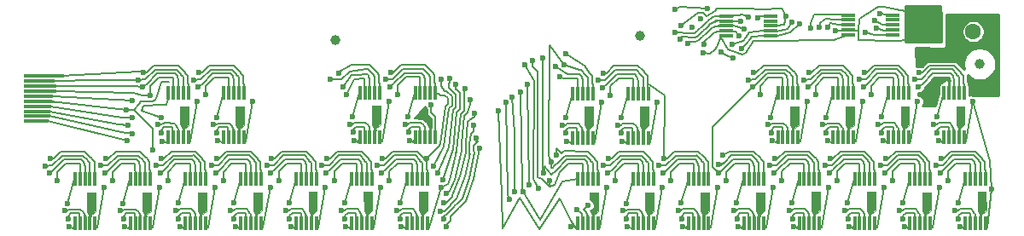
<source format=gtl>
G04 #@! TF.GenerationSoftware,KiCad,Pcbnew,5.1.4-e60b266~84~ubuntu16.04.1*
G04 #@! TF.CreationDate,2019-10-21T03:29:48-05:00*
G04 #@! TF.ProjectId,Quantum MCP4262-502 25x expansion flex for GWAAM-Sea Aid with U7 expansion cutout,5175616e-7475-46d2-904d-435034323632,rev?*
G04 #@! TF.SameCoordinates,Original*
G04 #@! TF.FileFunction,Copper,L1,Top*
G04 #@! TF.FilePolarity,Positive*
%FSLAX46Y46*%
G04 Gerber Fmt 4.6, Leading zero omitted, Abs format (unit mm)*
G04 Created by KiCad (PCBNEW 5.1.4-e60b266~84~ubuntu16.04.1) date 2019-10-21 03:29:48*
%MOMM*%
%LPD*%
G04 APERTURE LIST*
%ADD10C,0.100000*%
%ADD11R,1.400000X0.300000*%
%ADD12C,1.000000*%
%ADD13R,1.500000X0.300000*%
%ADD14R,0.300000X1.400000*%
%ADD15C,1.600000*%
%ADD16C,0.600000*%
%ADD17C,0.299000*%
%ADD18C,0.200000*%
%ADD19C,0.298000*%
%ADD20C,0.254000*%
G04 APERTURE END LIST*
D10*
G36*
X78206149Y-118523535D02*
G01*
X77757881Y-118928478D01*
X77760421Y-119093578D01*
X77563075Y-119093433D01*
X77565615Y-118930873D01*
X77376020Y-118508780D01*
X77375203Y-116667280D01*
X78204878Y-116667280D01*
X78206149Y-118523535D01*
G37*
X78206149Y-118523535D02*
X77757881Y-118928478D01*
X77760421Y-119093578D01*
X77563075Y-119093433D01*
X77565615Y-118930873D01*
X77376020Y-118508780D01*
X77375203Y-116667280D01*
X78204878Y-116667280D01*
X78206149Y-118523535D01*
G36*
X83702578Y-118517686D02*
G01*
X83254310Y-118922629D01*
X83256850Y-119087729D01*
X83059504Y-119087584D01*
X83062044Y-118925024D01*
X82872449Y-118502931D01*
X82871632Y-116661431D01*
X83701307Y-116661431D01*
X83702578Y-118517686D01*
G37*
X83702578Y-118517686D02*
X83254310Y-118922629D01*
X83256850Y-119087729D01*
X83059504Y-119087584D01*
X83062044Y-118925024D01*
X82872449Y-118502931D01*
X82871632Y-116661431D01*
X83701307Y-116661431D01*
X83702578Y-118517686D01*
G36*
X89194097Y-118511475D02*
G01*
X88745829Y-118916418D01*
X88748369Y-119081518D01*
X88551023Y-119081373D01*
X88553563Y-118918813D01*
X88363968Y-118496720D01*
X88363151Y-116655220D01*
X89192826Y-116655220D01*
X89194097Y-118511475D01*
G37*
X89194097Y-118511475D02*
X88745829Y-118916418D01*
X88748369Y-119081518D01*
X88551023Y-119081373D01*
X88553563Y-118918813D01*
X88363968Y-118496720D01*
X88363151Y-116655220D01*
X89192826Y-116655220D01*
X89194097Y-118511475D01*
G36*
X94687620Y-118504457D02*
G01*
X94239352Y-118909400D01*
X94241892Y-119074500D01*
X94044546Y-119074355D01*
X94047086Y-118911795D01*
X93857491Y-118489702D01*
X93856674Y-116648202D01*
X94686349Y-116648202D01*
X94687620Y-118504457D01*
G37*
X94687620Y-118504457D02*
X94239352Y-118909400D01*
X94241892Y-119074500D01*
X94044546Y-119074355D01*
X94047086Y-118911795D01*
X93857491Y-118489702D01*
X93856674Y-116648202D01*
X94686349Y-116648202D01*
X94687620Y-118504457D01*
G36*
X100176685Y-118494901D02*
G01*
X99728417Y-118899844D01*
X99730957Y-119064944D01*
X99533611Y-119064799D01*
X99536151Y-118902239D01*
X99346556Y-118480146D01*
X99345739Y-116638646D01*
X100175414Y-116638646D01*
X100176685Y-118494901D01*
G37*
X100176685Y-118494901D02*
X99728417Y-118899844D01*
X99730957Y-119064944D01*
X99533611Y-119064799D01*
X99536151Y-118902239D01*
X99346556Y-118480146D01*
X99345739Y-116638646D01*
X100175414Y-116638646D01*
X100176685Y-118494901D01*
G36*
X105675643Y-118492042D02*
G01*
X105227375Y-118896985D01*
X105229915Y-119062085D01*
X105032569Y-119061940D01*
X105035109Y-118899380D01*
X104845514Y-118477287D01*
X104844697Y-116635787D01*
X105674372Y-116635787D01*
X105675643Y-118492042D01*
G37*
X105675643Y-118492042D02*
X105227375Y-118896985D01*
X105229915Y-119062085D01*
X105032569Y-119061940D01*
X105035109Y-118899380D01*
X104845514Y-118477287D01*
X104844697Y-116635787D01*
X105674372Y-116635787D01*
X105675643Y-118492042D01*
G36*
X111172739Y-118500485D02*
G01*
X110724471Y-118905428D01*
X110727011Y-119070528D01*
X110529665Y-119070383D01*
X110532205Y-118907823D01*
X110342610Y-118485730D01*
X110341793Y-116644230D01*
X111171468Y-116644230D01*
X111172739Y-118500485D01*
G37*
X111172739Y-118500485D02*
X110724471Y-118905428D01*
X110727011Y-119070528D01*
X110529665Y-119070383D01*
X110532205Y-118907823D01*
X110342610Y-118485730D01*
X110341793Y-116644230D01*
X111171468Y-116644230D01*
X111172739Y-118500485D01*
G36*
X87467447Y-109968897D02*
G01*
X87019179Y-110373840D01*
X87021719Y-110538940D01*
X86824373Y-110538795D01*
X86826913Y-110376235D01*
X86637318Y-109954142D01*
X86636501Y-108112642D01*
X87466176Y-108112642D01*
X87467447Y-109968897D01*
G37*
X87467447Y-109968897D02*
X87019179Y-110373840D01*
X87021719Y-110538940D01*
X86824373Y-110538795D01*
X86826913Y-110376235D01*
X86637318Y-109954142D01*
X86636501Y-108112642D01*
X87466176Y-108112642D01*
X87467447Y-109968897D01*
G36*
X92960826Y-109973157D02*
G01*
X92512558Y-110378100D01*
X92515098Y-110543200D01*
X92317752Y-110543055D01*
X92320292Y-110380495D01*
X92130697Y-109958402D01*
X92129880Y-108116902D01*
X92959555Y-108116902D01*
X92960826Y-109973157D01*
G37*
X92960826Y-109973157D02*
X92512558Y-110378100D01*
X92515098Y-110543200D01*
X92317752Y-110543055D01*
X92320292Y-110380495D01*
X92130697Y-109958402D01*
X92129880Y-108116902D01*
X92959555Y-108116902D01*
X92960826Y-109973157D01*
G36*
X106477697Y-109917135D02*
G01*
X106029429Y-110322078D01*
X106031969Y-110487178D01*
X105834623Y-110487033D01*
X105837163Y-110324473D01*
X105647568Y-109902380D01*
X105646751Y-108060880D01*
X106476426Y-108060880D01*
X106477697Y-109917135D01*
G37*
X106477697Y-109917135D02*
X106029429Y-110322078D01*
X106031969Y-110487178D01*
X105834623Y-110487033D01*
X105837163Y-110324473D01*
X105647568Y-109902380D01*
X105646751Y-108060880D01*
X106476426Y-108060880D01*
X106477697Y-109917135D01*
G36*
X127585580Y-110008999D02*
G01*
X127137312Y-110413942D01*
X127139852Y-110579042D01*
X126942506Y-110578897D01*
X126945046Y-110416337D01*
X126755451Y-109994244D01*
X126754634Y-108152744D01*
X127584309Y-108152744D01*
X127585580Y-110008999D01*
G37*
X127585580Y-110008999D02*
X127137312Y-110413942D01*
X127139852Y-110579042D01*
X126942506Y-110578897D01*
X126945046Y-110416337D01*
X126755451Y-109994244D01*
X126754634Y-108152744D01*
X127584309Y-108152744D01*
X127585580Y-110008999D01*
G36*
X133084678Y-110007804D02*
G01*
X132636410Y-110412747D01*
X132638950Y-110577847D01*
X132441604Y-110577702D01*
X132444144Y-110415142D01*
X132254549Y-109993049D01*
X132253732Y-108151549D01*
X133083407Y-108151549D01*
X133084678Y-110007804D01*
G37*
X133084678Y-110007804D02*
X132636410Y-110412747D01*
X132638950Y-110577847D01*
X132441604Y-110577702D01*
X132444144Y-110415142D01*
X132254549Y-109993049D01*
X132253732Y-108151549D01*
X133083407Y-108151549D01*
X133084678Y-110007804D01*
G36*
X133601316Y-118520106D02*
G01*
X133153048Y-118925049D01*
X133155588Y-119090149D01*
X132958242Y-119090004D01*
X132960782Y-118927444D01*
X132771187Y-118505351D01*
X132770370Y-116663851D01*
X133600045Y-116663851D01*
X133601316Y-118520106D01*
G37*
X133601316Y-118520106D02*
X133153048Y-118925049D01*
X133155588Y-119090149D01*
X132958242Y-119090004D01*
X132960782Y-118927444D01*
X132771187Y-118505351D01*
X132770370Y-116663851D01*
X133600045Y-116663851D01*
X133601316Y-118520106D01*
G36*
X139090246Y-118511423D02*
G01*
X138641978Y-118916366D01*
X138644518Y-119081466D01*
X138447172Y-119081321D01*
X138449712Y-118918761D01*
X138260117Y-118496668D01*
X138259300Y-116655168D01*
X139088975Y-116655168D01*
X139090246Y-118511423D01*
G37*
X139090246Y-118511423D02*
X138641978Y-118916366D01*
X138644518Y-119081466D01*
X138447172Y-119081321D01*
X138449712Y-118918761D01*
X138260117Y-118496668D01*
X138259300Y-116655168D01*
X139088975Y-116655168D01*
X139090246Y-118511423D01*
G36*
X144589359Y-118505095D02*
G01*
X144141091Y-118910038D01*
X144143631Y-119075138D01*
X143946285Y-119074993D01*
X143948825Y-118912433D01*
X143759230Y-118490340D01*
X143758413Y-116648840D01*
X144588088Y-116648840D01*
X144589359Y-118505095D01*
G37*
X144589359Y-118505095D02*
X144141091Y-118910038D01*
X144143631Y-119075138D01*
X143946285Y-119074993D01*
X143948825Y-118912433D01*
X143759230Y-118490340D01*
X143758413Y-116648840D01*
X144588088Y-116648840D01*
X144589359Y-118505095D01*
G36*
X147955923Y-109968135D02*
G01*
X147507655Y-110373078D01*
X147510195Y-110538178D01*
X147312849Y-110538033D01*
X147315389Y-110375473D01*
X147125794Y-109953380D01*
X147124977Y-108111880D01*
X147954652Y-108111880D01*
X147955923Y-109968135D01*
G37*
X147955923Y-109968135D02*
X147507655Y-110373078D01*
X147510195Y-110538178D01*
X147312849Y-110538033D01*
X147315389Y-110375473D01*
X147125794Y-109953380D01*
X147124977Y-108111880D01*
X147954652Y-108111880D01*
X147955923Y-109968135D01*
G36*
X150076877Y-118494966D02*
G01*
X149628609Y-118899909D01*
X149631149Y-119065009D01*
X149433803Y-119064864D01*
X149436343Y-118902304D01*
X149246748Y-118480211D01*
X149245931Y-116638711D01*
X150075606Y-116638711D01*
X150076877Y-118494966D01*
G37*
X150076877Y-118494966D02*
X149628609Y-118899909D01*
X149631149Y-119065009D01*
X149433803Y-119064864D01*
X149436343Y-118902304D01*
X149246748Y-118480211D01*
X149245931Y-116638711D01*
X150075606Y-116638711D01*
X150076877Y-118494966D01*
G36*
X155573491Y-118496190D02*
G01*
X155125223Y-118901133D01*
X155127763Y-119066233D01*
X154930417Y-119066088D01*
X154932957Y-118903528D01*
X154743362Y-118481435D01*
X154742545Y-116639935D01*
X155572220Y-116639935D01*
X155573491Y-118496190D01*
G37*
X155573491Y-118496190D02*
X155125223Y-118901133D01*
X155127763Y-119066233D01*
X154930417Y-119066088D01*
X154932957Y-118903528D01*
X154743362Y-118481435D01*
X154742545Y-116639935D01*
X155572220Y-116639935D01*
X155573491Y-118496190D01*
G36*
X153452599Y-109969147D02*
G01*
X153004331Y-110374090D01*
X153006871Y-110539190D01*
X152809525Y-110539045D01*
X152812065Y-110376485D01*
X152622470Y-109954392D01*
X152621653Y-108112892D01*
X153451328Y-108112892D01*
X153452599Y-109969147D01*
G37*
X153452599Y-109969147D02*
X153004331Y-110374090D01*
X153006871Y-110539190D01*
X152809525Y-110539045D01*
X152812065Y-110376485D01*
X152622470Y-109954392D01*
X152621653Y-108112892D01*
X153451328Y-108112892D01*
X153452599Y-109969147D01*
G36*
X158940063Y-109960972D02*
G01*
X158491795Y-110365915D01*
X158494335Y-110531015D01*
X158296989Y-110530870D01*
X158299529Y-110368310D01*
X158109934Y-109946217D01*
X158109117Y-108104717D01*
X158938792Y-108104717D01*
X158940063Y-109960972D01*
G37*
X158940063Y-109960972D02*
X158491795Y-110365915D01*
X158494335Y-110531015D01*
X158296989Y-110530870D01*
X158299529Y-110368310D01*
X158109934Y-109946217D01*
X158109117Y-108104717D01*
X158938792Y-108104717D01*
X158940063Y-109960972D01*
G36*
X161070603Y-118505360D02*
G01*
X160622335Y-118910303D01*
X160624875Y-119075403D01*
X160427529Y-119075258D01*
X160430069Y-118912698D01*
X160240474Y-118490605D01*
X160239657Y-116649105D01*
X161069332Y-116649105D01*
X161070603Y-118505360D01*
G37*
X161070603Y-118505360D02*
X160622335Y-118910303D01*
X160624875Y-119075403D01*
X160427529Y-119075258D01*
X160430069Y-118912698D01*
X160240474Y-118490605D01*
X160239657Y-116649105D01*
X161069332Y-116649105D01*
X161070603Y-118505360D01*
G36*
X164437223Y-109951955D02*
G01*
X163988955Y-110356898D01*
X163991495Y-110521998D01*
X163794149Y-110521853D01*
X163796689Y-110359293D01*
X163607094Y-109937200D01*
X163606277Y-108095700D01*
X164435952Y-108095700D01*
X164437223Y-109951955D01*
G37*
X164437223Y-109951955D02*
X163988955Y-110356898D01*
X163991495Y-110521998D01*
X163794149Y-110521853D01*
X163796689Y-110359293D01*
X163607094Y-109937200D01*
X163606277Y-108095700D01*
X164435952Y-108095700D01*
X164437223Y-109951955D01*
G36*
X166567413Y-118500370D02*
G01*
X166119145Y-118905313D01*
X166121685Y-119070413D01*
X165924339Y-119070268D01*
X165926879Y-118907708D01*
X165737284Y-118485615D01*
X165736467Y-116644115D01*
X166566142Y-116644115D01*
X166567413Y-118500370D01*
G37*
X166567413Y-118500370D02*
X166119145Y-118905313D01*
X166121685Y-119070413D01*
X165924339Y-119070268D01*
X165926879Y-118907708D01*
X165737284Y-118485615D01*
X165736467Y-116644115D01*
X166566142Y-116644115D01*
X166567413Y-118500370D01*
G36*
X128104567Y-118517902D02*
G01*
X127656299Y-118922845D01*
X127658839Y-119087945D01*
X127461493Y-119087800D01*
X127464033Y-118925240D01*
X127274438Y-118503147D01*
X127440402Y-118390532D01*
X127626398Y-118159668D01*
X127647700Y-117909340D01*
X127596900Y-117670580D01*
X127426720Y-117492780D01*
X127276860Y-117403880D01*
X127273621Y-116661647D01*
X128103296Y-116661647D01*
X128104567Y-118517902D01*
G37*
X128104567Y-118517902D02*
X127656299Y-118922845D01*
X127658839Y-119087945D01*
X127461493Y-119087800D01*
X127464033Y-118925240D01*
X127274438Y-118503147D01*
X127440402Y-118390532D01*
X127626398Y-118159668D01*
X127647700Y-117909340D01*
X127596900Y-117670580D01*
X127426720Y-117492780D01*
X127276860Y-117403880D01*
X127273621Y-116661647D01*
X128103296Y-116661647D01*
X128104567Y-118517902D01*
G36*
X111130080Y-108432600D02*
G01*
X111135160Y-108873290D01*
X111587280Y-109334300D01*
X111579660Y-110228380D01*
X111526916Y-110316960D01*
X111529456Y-110482060D01*
X111332110Y-110481915D01*
X111334650Y-110319355D01*
X111145055Y-109897262D01*
X111028480Y-109768640D01*
X110634780Y-109371130D01*
X109755940Y-109357160D01*
X110859570Y-108078270D01*
X111130080Y-108432600D01*
G37*
X111130080Y-108432600D02*
X111135160Y-108873290D01*
X111587280Y-109334300D01*
X111579660Y-110228380D01*
X111526916Y-110316960D01*
X111529456Y-110482060D01*
X111332110Y-110481915D01*
X111334650Y-110319355D01*
X111145055Y-109897262D01*
X111028480Y-109768640D01*
X110634780Y-109371130D01*
X109755940Y-109357160D01*
X110859570Y-108078270D01*
X111130080Y-108432600D01*
D11*
X145158460Y-99132640D03*
X145158460Y-99632640D03*
X145158460Y-100132640D03*
X145158460Y-100632640D03*
X145158460Y-101132640D03*
X140758460Y-101132640D03*
X140758460Y-100632640D03*
X140758460Y-100132640D03*
X140758460Y-99632640D03*
X140758460Y-99132640D03*
X152915260Y-99042980D03*
X152915260Y-99542980D03*
X152915260Y-100042980D03*
X152915260Y-100542980D03*
X152915260Y-101042980D03*
X157315260Y-101042980D03*
X157315260Y-100542980D03*
X157315260Y-100042980D03*
X157315260Y-99542980D03*
X157315260Y-99042980D03*
D12*
X132265420Y-101097080D03*
X102021640Y-101531420D03*
X165940740Y-103921560D03*
D13*
X71904860Y-106606720D03*
X71904860Y-105606720D03*
X71904860Y-108106720D03*
X71904860Y-109606720D03*
X71904860Y-108606720D03*
X71904860Y-107106720D03*
X71904860Y-109106720D03*
X71904860Y-107606720D03*
X71904860Y-106106720D03*
X71904860Y-105106720D03*
D14*
X144543020Y-115333420D03*
X144043020Y-115333420D03*
X143543020Y-115333420D03*
X143043020Y-115333420D03*
X142543020Y-115333420D03*
X142543020Y-119733420D03*
X143043020Y-119733420D03*
X143543020Y-119733420D03*
X144043020Y-119733420D03*
X144543020Y-119733420D03*
X133557520Y-119743580D03*
X133057520Y-119743580D03*
X132557520Y-119743580D03*
X132057520Y-119743580D03*
X131557520Y-119743580D03*
X131557520Y-115343580D03*
X132057520Y-115343580D03*
X132557520Y-115343580D03*
X133057520Y-115343580D03*
X133557520Y-115343580D03*
X139046460Y-119735960D03*
X138546460Y-119735960D03*
X138046460Y-119735960D03*
X137546460Y-119735960D03*
X137046460Y-119735960D03*
X137046460Y-115335960D03*
X137546460Y-115335960D03*
X138046460Y-115335960D03*
X138546460Y-115335960D03*
X139046460Y-115335960D03*
X155528520Y-119720720D03*
X155028520Y-119720720D03*
X154528520Y-119720720D03*
X154028520Y-119720720D03*
X153528520Y-119720720D03*
X153528520Y-115320720D03*
X154028520Y-115320720D03*
X154528520Y-115320720D03*
X155028520Y-115320720D03*
X155528520Y-115320720D03*
X128060960Y-115346120D03*
X127560960Y-115346120D03*
X127060960Y-115346120D03*
X126560960Y-115346120D03*
X126060960Y-115346120D03*
X126060960Y-119746120D03*
X126560960Y-119746120D03*
X127060960Y-119746120D03*
X127560960Y-119746120D03*
X128060960Y-119746120D03*
X150031960Y-115323260D03*
X149531960Y-115323260D03*
X149031960Y-115323260D03*
X148531960Y-115323260D03*
X148031960Y-115323260D03*
X148031960Y-119723260D03*
X148531960Y-119723260D03*
X149031960Y-119723260D03*
X149531960Y-119723260D03*
X150031960Y-119723260D03*
X166524180Y-115325800D03*
X166024180Y-115325800D03*
X165524180Y-115325800D03*
X165024180Y-115325800D03*
X164524180Y-115325800D03*
X164524180Y-119725800D03*
X165024180Y-119725800D03*
X165524180Y-119725800D03*
X166024180Y-119725800D03*
X166524180Y-119725800D03*
X161027620Y-119728340D03*
X160527620Y-119728340D03*
X160027620Y-119728340D03*
X159527620Y-119728340D03*
X159027620Y-119728340D03*
X159027620Y-115328340D03*
X159527620Y-115328340D03*
X160027620Y-115328340D03*
X160527620Y-115328340D03*
X161027620Y-115328340D03*
X100133660Y-119723260D03*
X99633660Y-119723260D03*
X99133660Y-119723260D03*
X98633660Y-119723260D03*
X98133660Y-119723260D03*
X98133660Y-115323260D03*
X98633660Y-115323260D03*
X99133660Y-115323260D03*
X99633660Y-115323260D03*
X100133660Y-115323260D03*
X105630220Y-115320720D03*
X105130220Y-115320720D03*
X104630220Y-115320720D03*
X104130220Y-115320720D03*
X103630220Y-115320720D03*
X103630220Y-119720720D03*
X104130220Y-119720720D03*
X104630220Y-119720720D03*
X105130220Y-119720720D03*
X105630220Y-119720720D03*
X94644720Y-119733420D03*
X94144720Y-119733420D03*
X93644720Y-119733420D03*
X93144720Y-119733420D03*
X92644720Y-119733420D03*
X92644720Y-115333420D03*
X93144720Y-115333420D03*
X93644720Y-115333420D03*
X94144720Y-115333420D03*
X94644720Y-115333420D03*
X89148160Y-115335960D03*
X88648160Y-115335960D03*
X88148160Y-115335960D03*
X87648160Y-115335960D03*
X87148160Y-115335960D03*
X87148160Y-119735960D03*
X87648160Y-119735960D03*
X88148160Y-119735960D03*
X88648160Y-119735960D03*
X89148160Y-119735960D03*
X78162660Y-119746120D03*
X77662660Y-119746120D03*
X77162660Y-119746120D03*
X76662660Y-119746120D03*
X76162660Y-119746120D03*
X76162660Y-115346120D03*
X76662660Y-115346120D03*
X77162660Y-115346120D03*
X77662660Y-115346120D03*
X78162660Y-115346120D03*
X83659220Y-115343580D03*
X83159220Y-115343580D03*
X82659220Y-115343580D03*
X82159220Y-115343580D03*
X81659220Y-115343580D03*
X81659220Y-119743580D03*
X82159220Y-119743580D03*
X82659220Y-119743580D03*
X83159220Y-119743580D03*
X83659220Y-119743580D03*
X127542800Y-111234580D03*
X127042800Y-111234580D03*
X126542800Y-111234580D03*
X126042800Y-111234580D03*
X125542800Y-111234580D03*
X125542800Y-106834580D03*
X126042800Y-106834580D03*
X126542800Y-106834580D03*
X127042800Y-106834580D03*
X127542800Y-106834580D03*
X133039360Y-106832040D03*
X132539360Y-106832040D03*
X132039360Y-106832040D03*
X131539360Y-106832040D03*
X131039360Y-106832040D03*
X131039360Y-111232040D03*
X131539360Y-111232040D03*
X132039360Y-111232040D03*
X132539360Y-111232040D03*
X133039360Y-111232040D03*
X158896560Y-111183780D03*
X158396560Y-111183780D03*
X157896560Y-111183780D03*
X157396560Y-111183780D03*
X156896560Y-111183780D03*
X156896560Y-106783780D03*
X157396560Y-106783780D03*
X157896560Y-106783780D03*
X158396560Y-106783780D03*
X158896560Y-106783780D03*
X164393120Y-106781240D03*
X163893120Y-106781240D03*
X163393120Y-106781240D03*
X162893120Y-106781240D03*
X162393120Y-106781240D03*
X162393120Y-111181240D03*
X162893120Y-111181240D03*
X163393120Y-111181240D03*
X163893120Y-111181240D03*
X164393120Y-111181240D03*
X153407620Y-111193940D03*
X152907620Y-111193940D03*
X152407620Y-111193940D03*
X151907620Y-111193940D03*
X151407620Y-111193940D03*
X151407620Y-106793940D03*
X151907620Y-106793940D03*
X152407620Y-106793940D03*
X152907620Y-106793940D03*
X153407620Y-106793940D03*
X147911060Y-106796480D03*
X147411060Y-106796480D03*
X146911060Y-106796480D03*
X146411060Y-106796480D03*
X145911060Y-106796480D03*
X145911060Y-111196480D03*
X146411060Y-111196480D03*
X146911060Y-111196480D03*
X147411060Y-111196480D03*
X147911060Y-111196480D03*
X106432860Y-106745680D03*
X105932860Y-106745680D03*
X105432860Y-106745680D03*
X104932860Y-106745680D03*
X104432860Y-106745680D03*
X104432860Y-111145680D03*
X104932860Y-111145680D03*
X105432860Y-111145680D03*
X105932860Y-111145680D03*
X106432860Y-111145680D03*
X111929420Y-111143140D03*
X111429420Y-111143140D03*
X110929420Y-111143140D03*
X110429420Y-111143140D03*
X109929420Y-111143140D03*
X109929420Y-106743140D03*
X110429420Y-106743140D03*
X110929420Y-106743140D03*
X111429420Y-106743140D03*
X111929420Y-106743140D03*
X111129320Y-115328340D03*
X110629320Y-115328340D03*
X110129320Y-115328340D03*
X109629320Y-115328340D03*
X109129320Y-115328340D03*
X109129320Y-119728340D03*
X109629320Y-119728340D03*
X110129320Y-119728340D03*
X110629320Y-119728340D03*
X111129320Y-119728340D03*
X92917520Y-106796480D03*
X92417520Y-106796480D03*
X91917520Y-106796480D03*
X91417520Y-106796480D03*
X90917520Y-106796480D03*
X90917520Y-111196480D03*
X91417520Y-111196480D03*
X91917520Y-111196480D03*
X92417520Y-111196480D03*
X92917520Y-111196480D03*
X87420960Y-111199020D03*
X86920960Y-111199020D03*
X86420960Y-111199020D03*
X85920960Y-111199020D03*
X85420960Y-111199020D03*
X85420960Y-106799020D03*
X85920960Y-106799020D03*
X86420960Y-106799020D03*
X86920960Y-106799020D03*
X87420960Y-106799020D03*
D15*
X165287960Y-100690680D03*
D16*
X159255460Y-98755200D03*
X161284920Y-98775520D03*
X160291780Y-100055680D03*
X159174180Y-101089460D03*
X161467800Y-101170740D03*
X83675220Y-106994960D03*
X89171780Y-106992420D03*
X107383580Y-115524280D03*
X103098600Y-106928920D03*
X108183680Y-106939080D03*
X144165320Y-106992420D03*
X155150820Y-106979720D03*
X160647380Y-106977180D03*
X149661880Y-106989880D03*
X129293620Y-107027980D03*
X74416920Y-115542060D03*
X85402420Y-115531900D03*
X79913480Y-115539520D03*
X96387920Y-115519200D03*
X101884480Y-115516660D03*
X90898980Y-115529360D03*
X151782780Y-115516660D03*
X135300720Y-115531900D03*
X162778440Y-115521740D03*
X140797280Y-115529360D03*
X157281880Y-115524280D03*
X146286220Y-115519200D03*
X129811780Y-115539520D03*
X113974880Y-105895140D03*
X123240800Y-115473480D03*
X112697260Y-115376960D03*
X124294900Y-105189020D03*
X124294900Y-105189020D03*
X121594880Y-103576120D03*
X160251140Y-103197660D03*
X166773860Y-106484420D03*
X166834820Y-101940360D03*
X166834820Y-99885500D03*
X163494720Y-100045520D03*
X163888420Y-103207820D03*
X138554460Y-101963220D03*
X142087600Y-101081840D03*
X151589740Y-100576380D03*
X88315800Y-107647740D03*
X93812360Y-107645200D03*
X107327700Y-107594400D03*
X111498380Y-107988100D03*
X154302460Y-107642660D03*
X148805900Y-107645200D03*
X165287960Y-107629960D03*
X159791400Y-107632500D03*
X133934200Y-107680760D03*
X128437640Y-107683300D03*
X79057500Y-116194840D03*
X84554060Y-116192300D03*
X95539560Y-116182140D03*
X90043000Y-116184680D03*
X106525060Y-116169440D03*
X101028500Y-116171980D03*
X139941300Y-116184680D03*
X145437860Y-116182140D03*
X167081200Y-116390420D03*
X161922460Y-116177060D03*
X156423360Y-116169440D03*
X128955800Y-116194840D03*
X134452360Y-116192300D03*
X150926800Y-116171980D03*
X114876580Y-106387900D03*
X112488980Y-116197380D03*
X81866740Y-107579160D03*
X122199400Y-116222780D03*
X120766840Y-103997760D03*
X143939260Y-99319080D03*
X135672050Y-98488010D03*
X138915140Y-98381820D03*
X156029660Y-98877120D03*
X82903060Y-106205020D03*
X88399620Y-106202480D03*
X106611420Y-114734340D03*
X102801420Y-106159300D03*
X107411520Y-106149140D03*
X148889720Y-106199940D03*
X159875220Y-106187240D03*
X143393160Y-106202480D03*
X154378660Y-106189780D03*
X128521460Y-106238040D03*
X73644760Y-114752120D03*
X79141320Y-114749580D03*
X90126820Y-114739420D03*
X101112320Y-114726720D03*
X84630260Y-114741960D03*
X95615760Y-114729260D03*
X151010620Y-114726720D03*
X129039620Y-114749580D03*
X162006280Y-114731800D03*
X156509720Y-114734340D03*
X134528560Y-114741960D03*
X140025120Y-114739420D03*
X145514060Y-114729260D03*
X122707400Y-114747040D03*
X113372900Y-105318560D03*
X112191800Y-114729260D03*
X123855480Y-104152700D03*
X123855480Y-104152700D03*
X122613420Y-103337360D03*
X136984740Y-101912420D03*
X142557500Y-100406200D03*
X150832820Y-100233480D03*
X82486500Y-105476040D03*
X87983060Y-105473500D03*
X106194860Y-114005360D03*
X101498400Y-105422700D03*
X106994960Y-105420160D03*
X142976600Y-105473500D03*
X153962100Y-105460800D03*
X148473160Y-105470960D03*
X159458660Y-105458260D03*
X128104900Y-105509060D03*
X84213700Y-114012980D03*
X78724760Y-114020600D03*
X73228200Y-114023140D03*
X95199200Y-114000280D03*
X89710260Y-114010440D03*
X100695760Y-113997740D03*
X150594060Y-113997740D03*
X140060680Y-113896140D03*
X156093160Y-114005360D03*
X161589720Y-114002820D03*
X134112000Y-114012980D03*
X128623060Y-114020600D03*
X145097500Y-114000280D03*
X123416060Y-113639600D03*
X112476280Y-105468420D03*
X111704120Y-114043460D03*
X124708920Y-103969820D03*
X150020020Y-100302060D03*
X136207500Y-101480620D03*
X142212060Y-99674680D03*
X82985462Y-104771338D03*
X88482022Y-104768798D03*
X106693822Y-113300658D03*
X102362000Y-104800400D03*
X107493922Y-104715458D03*
X148972122Y-104766258D03*
X154461062Y-104756098D03*
X143475562Y-104768798D03*
X159957622Y-104753558D03*
X128603862Y-104804358D03*
X73727162Y-113318438D03*
X79223722Y-113315898D03*
X90209222Y-113305738D03*
X95698162Y-113295578D03*
X84712662Y-113308278D03*
X101194722Y-113293038D03*
X140423900Y-112963960D03*
X162088682Y-113298118D03*
X134610962Y-113308278D03*
X145596462Y-113295578D03*
X156592122Y-113300658D03*
X129122022Y-113315898D03*
X151093022Y-113293038D03*
X123934220Y-112986820D03*
X111094520Y-113319560D03*
X124904500Y-102915720D03*
X135732520Y-100792280D03*
X142948660Y-99230180D03*
X149169120Y-100335080D03*
X84406740Y-109951520D03*
X89903300Y-109948980D03*
X108115100Y-118480840D03*
X103418640Y-109898180D03*
X108915200Y-109895640D03*
X144896840Y-109948980D03*
X155882340Y-109936280D03*
X150393400Y-109946440D03*
X161378900Y-109933740D03*
X124528580Y-109987080D03*
X130025140Y-109984540D03*
X80645000Y-118496080D03*
X86133940Y-118488460D03*
X97119440Y-118475760D03*
X75148440Y-118498620D03*
X91630500Y-118485920D03*
X102616000Y-118473220D03*
X152514300Y-118473220D03*
X158013400Y-118480840D03*
X141528800Y-118485920D03*
X163509960Y-118478300D03*
X136032240Y-118488460D03*
X147017740Y-118475760D03*
X130543300Y-118496080D03*
X112453420Y-118513860D03*
X81419700Y-109994700D03*
X115735100Y-109964220D03*
X119575580Y-107241340D03*
X119781320Y-116631720D03*
X127081280Y-117952520D03*
X146723100Y-99156520D03*
X136268460Y-100081080D03*
X155501340Y-99568000D03*
X84745110Y-110757250D03*
X90241670Y-110754710D03*
X108453470Y-119286570D03*
X109253570Y-110701370D03*
X103757010Y-110703910D03*
X145235210Y-110754710D03*
X156220710Y-110742010D03*
X161717270Y-110739470D03*
X150731770Y-110752170D03*
X124866950Y-110792810D03*
X130363510Y-110790270D03*
X80983370Y-119301810D03*
X86472310Y-119294190D03*
X75486810Y-119304350D03*
X97457810Y-119281490D03*
X102954370Y-119278950D03*
X91968870Y-119291650D03*
X163848330Y-119284030D03*
X136370610Y-119294190D03*
X158351770Y-119286570D03*
X152852670Y-119278950D03*
X130881670Y-119301810D03*
X147356110Y-119281490D03*
X141867170Y-119291650D03*
X112755680Y-119296180D03*
X81887060Y-110807500D03*
X116006880Y-111310420D03*
X118899940Y-107729020D03*
X119298720Y-117363240D03*
X125945900Y-118399560D03*
X147317460Y-99712780D03*
X137396220Y-100220780D03*
X141358620Y-101978460D03*
X155704540Y-100380800D03*
X84711540Y-109202220D03*
X90208100Y-109199680D03*
X108419900Y-117731540D03*
X103723440Y-109148880D03*
X109220000Y-109146340D03*
X150698200Y-109197140D03*
X156187140Y-109186980D03*
X145201640Y-109199680D03*
X161683700Y-109184440D03*
X130329940Y-109235240D03*
X124833380Y-109237780D03*
X75453240Y-117749320D03*
X80949800Y-117746780D03*
X91935300Y-117736620D03*
X97424240Y-117726460D03*
X86438740Y-117739160D03*
X102920800Y-117723920D03*
X152819100Y-117723920D03*
X163814760Y-117729000D03*
X158318200Y-117731540D03*
X130848100Y-117746780D03*
X136337040Y-117739160D03*
X147322540Y-117726460D03*
X141833600Y-117736620D03*
X112763300Y-117713760D03*
X81887060Y-109265720D03*
X115783360Y-108803440D03*
X120594120Y-116603780D03*
X120345200Y-106692700D03*
X138536680Y-102781100D03*
X84856320Y-111566960D03*
X90352880Y-111564420D03*
X108564680Y-120096280D03*
X109364780Y-111511080D03*
X103868220Y-111513620D03*
X161828480Y-111549180D03*
X150842980Y-111561880D03*
X145346420Y-111564420D03*
X156331920Y-111551720D03*
X130474720Y-111599980D03*
X124978160Y-111602520D03*
X81094580Y-120111520D03*
X75598020Y-120114060D03*
X103065580Y-120088660D03*
X92080080Y-120101360D03*
X86583520Y-120103900D03*
X97569020Y-120091200D03*
X152963880Y-120088660D03*
X163959540Y-120093740D03*
X147467320Y-120091200D03*
X158462980Y-120096280D03*
X130992880Y-120111520D03*
X141978380Y-120101360D03*
X136481820Y-120103900D03*
X81333340Y-111544100D03*
X116329460Y-112303560D03*
X113009680Y-120101360D03*
X118211600Y-108541820D03*
X125397260Y-120091200D03*
X138242040Y-99428300D03*
X140294360Y-102707440D03*
X148094700Y-99903280D03*
X142283180Y-102344220D03*
X141429740Y-103347520D03*
X154586940Y-100766880D03*
X115402360Y-107424220D03*
X81257140Y-108473240D03*
X83875880Y-112466120D03*
X113047780Y-116809520D03*
X121048780Y-105910380D03*
X121213880Y-115902740D03*
D17*
X71828280Y-106606340D02*
X74261980Y-106606340D01*
D18*
X85911773Y-105269113D02*
X84486667Y-105269113D01*
X85920960Y-106799020D02*
X85911773Y-105269113D01*
X83675220Y-106080560D02*
X83675220Y-106994960D01*
X84486667Y-105269113D02*
X83675220Y-106080560D01*
X91417520Y-106796480D02*
X91408333Y-105266573D01*
X89983227Y-105266573D02*
X89171780Y-106078020D01*
X89171780Y-106078020D02*
X89171780Y-106992420D01*
X91408333Y-105266573D02*
X89983227Y-105266573D01*
X109629320Y-115328340D02*
X109620133Y-113798433D01*
X108195027Y-113798433D02*
X107383580Y-114609880D01*
X107383580Y-114609880D02*
X107383580Y-115524280D01*
X109620133Y-113798433D02*
X108195027Y-113798433D01*
X108183680Y-106024680D02*
X108183680Y-106939080D01*
X110420233Y-105213233D02*
X108995127Y-105213233D01*
X110429420Y-106743140D02*
X110420233Y-105213233D01*
X108995127Y-105213233D02*
X108183680Y-106024680D01*
X151907620Y-106793940D02*
X151898433Y-105264033D01*
X160647380Y-106062780D02*
X160647380Y-106977180D01*
X146411060Y-106796480D02*
X146401873Y-105266573D01*
X144976767Y-105266573D02*
X144165320Y-106078020D01*
X149661880Y-106075480D02*
X149661880Y-106989880D01*
X151898433Y-105264033D02*
X150473327Y-105264033D01*
X157396560Y-106783780D02*
X157387373Y-105253873D01*
X144165320Y-106078020D02*
X144165320Y-106992420D01*
X146401873Y-105266573D02*
X144976767Y-105266573D01*
X155962267Y-105253873D02*
X155150820Y-106065320D01*
X150473327Y-105264033D02*
X149661880Y-106075480D01*
X161458827Y-105251333D02*
X160647380Y-106062780D01*
X162883933Y-105251333D02*
X161458827Y-105251333D01*
X162893120Y-106781240D02*
X162883933Y-105251333D01*
X155150820Y-106065320D02*
X155150820Y-106979720D01*
X157387373Y-105253873D02*
X155962267Y-105253873D01*
X129293620Y-106113580D02*
X129293620Y-107027980D01*
X130105067Y-105302133D02*
X129293620Y-106113580D01*
X131530173Y-105302133D02*
X130105067Y-105302133D01*
X131539360Y-106832040D02*
X131530173Y-105302133D01*
X93144720Y-115333420D02*
X93135533Y-113803513D01*
X82150033Y-113813673D02*
X80724927Y-113813673D01*
X80724927Y-113813673D02*
X79913480Y-114625120D01*
X82159220Y-115343580D02*
X82150033Y-113813673D01*
X101884480Y-114602260D02*
X101884480Y-115516660D01*
X87648160Y-115335960D02*
X87638973Y-113806053D01*
X79913480Y-114625120D02*
X79913480Y-115539520D01*
X74416920Y-114627660D02*
X74416920Y-115542060D01*
X76653473Y-113816213D02*
X75228367Y-113816213D01*
X76662660Y-115346120D02*
X76653473Y-113816213D01*
X75228367Y-113816213D02*
X74416920Y-114627660D01*
X86213867Y-113806053D02*
X85402420Y-114617500D01*
X90898980Y-114614960D02*
X90898980Y-115529360D01*
X93135533Y-113803513D02*
X91710427Y-113803513D01*
X98633660Y-115323260D02*
X98624473Y-113793353D01*
X85402420Y-114617500D02*
X85402420Y-115531900D01*
X87638973Y-113806053D02*
X86213867Y-113806053D01*
X97199367Y-113793353D02*
X96387920Y-114604800D01*
X91710427Y-113803513D02*
X90898980Y-114614960D01*
X102695927Y-113790813D02*
X101884480Y-114602260D01*
X104121033Y-113790813D02*
X102695927Y-113790813D01*
X104130220Y-115320720D02*
X104121033Y-113790813D01*
X96387920Y-114604800D02*
X96387920Y-115519200D01*
X98624473Y-113793353D02*
X97199367Y-113793353D01*
X132048333Y-113813673D02*
X130623227Y-113813673D01*
X152594227Y-113790813D02*
X151782780Y-114602260D01*
X147097667Y-113793353D02*
X146286220Y-114604800D01*
X143043020Y-115333420D02*
X143033833Y-113803513D01*
X135300720Y-114617500D02*
X135300720Y-115531900D01*
X132057520Y-115343580D02*
X132048333Y-113813673D01*
X159527620Y-115328340D02*
X159518433Y-113798433D01*
X157281880Y-114609880D02*
X157281880Y-115524280D01*
X165014993Y-113795893D02*
X163589887Y-113795893D01*
X136112167Y-113806053D02*
X135300720Y-114617500D01*
X151782780Y-114602260D02*
X151782780Y-115516660D01*
X154028520Y-115320720D02*
X154019333Y-113790813D01*
X163589887Y-113795893D02*
X162778440Y-114607340D01*
X137537273Y-113806053D02*
X136112167Y-113806053D01*
X165024180Y-115325800D02*
X165014993Y-113795893D01*
X162778440Y-114607340D02*
X162778440Y-115521740D01*
X158093327Y-113798433D02*
X157281880Y-114609880D01*
X146286220Y-114604800D02*
X146286220Y-115519200D01*
X130623227Y-113813673D02*
X129811780Y-114625120D01*
X137546460Y-115335960D02*
X137537273Y-113806053D01*
X148522773Y-113793353D02*
X147097667Y-113793353D01*
X143033833Y-113803513D02*
X141608727Y-113803513D01*
X141608727Y-113803513D02*
X140797280Y-114614960D01*
X154019333Y-113790813D02*
X152594227Y-113790813D01*
X140797280Y-114614960D02*
X140797280Y-115529360D01*
X129811780Y-114625120D02*
X129811780Y-115539520D01*
X148531960Y-115323260D02*
X148522773Y-113793353D01*
X159518433Y-113798433D02*
X158093327Y-113798433D01*
X103850440Y-105407460D02*
X103098600Y-106928920D01*
X104924537Y-105359523D02*
X103850440Y-105407460D01*
X104932860Y-106745680D02*
X104924537Y-105359523D01*
X113974880Y-106408220D02*
X113974880Y-105895140D01*
X114367751Y-107092309D02*
X114374604Y-106821296D01*
X114367751Y-108389628D02*
X114367751Y-107092309D01*
X114038380Y-106471720D02*
X113974880Y-106408220D01*
X114374604Y-106821296D02*
X114038380Y-106471720D01*
X114058295Y-108699083D02*
X114367751Y-108389628D01*
X113655605Y-112406781D02*
X114058295Y-108699083D01*
X112697260Y-115376960D02*
X113655605Y-112406781D01*
X126551773Y-113816213D02*
X126560960Y-115346120D01*
X125126667Y-113816213D02*
X126551773Y-113816213D01*
X123240800Y-115473480D02*
X123276360Y-116113560D01*
X123276360Y-116113560D02*
X123746260Y-115917980D01*
X123746260Y-115917980D02*
X124315220Y-114627660D01*
X124315220Y-114627660D02*
X125126667Y-113816213D01*
X126033613Y-105304673D02*
X126042800Y-106834580D01*
X124608507Y-105304673D02*
X126033613Y-105304673D01*
X124294900Y-105189020D02*
X124608507Y-105304673D01*
X122476260Y-115310920D02*
X123276360Y-116113560D01*
X121594880Y-103576120D02*
X121594880Y-104162860D01*
X121594880Y-104162860D02*
X122107399Y-104675379D01*
X122107399Y-104675379D02*
X122107399Y-115150339D01*
X122107399Y-115150339D02*
X122476260Y-115310920D01*
X82903060Y-107045760D02*
X83675220Y-106994960D01*
X81925160Y-106766360D02*
X82903060Y-107045760D01*
X74261980Y-106606340D02*
X81925160Y-106766360D01*
X140708020Y-100619180D02*
X139951460Y-100669179D01*
X139951460Y-100669179D02*
X139708019Y-100756720D01*
X138412220Y-101841300D02*
X138595100Y-102024180D01*
X139476480Y-100835460D02*
X138412220Y-101841300D01*
X139708019Y-100756720D02*
X139476480Y-100835460D01*
X141701520Y-100652580D02*
X142087600Y-101081840D01*
X140758460Y-100632640D02*
X141701520Y-100652580D01*
X152069800Y-100578920D02*
X152562560Y-100578920D01*
X151569420Y-100576380D02*
X152069800Y-100578920D01*
X152915260Y-100542980D02*
X153936700Y-100563680D01*
X153936700Y-100563680D02*
X153936700Y-101495860D01*
X153936700Y-101495860D02*
X157104080Y-101597460D01*
X157104080Y-101597460D02*
X157998160Y-101597460D01*
X157998160Y-101597460D02*
X159031940Y-101434900D01*
X159031940Y-101434900D02*
X159174180Y-101089460D01*
X153936700Y-100563680D02*
X153957020Y-99385120D01*
X153957020Y-99385120D02*
X155602940Y-98391980D01*
X155602940Y-98391980D02*
X155887420Y-98270060D01*
X155887420Y-98270060D02*
X156474160Y-98270060D01*
X156474160Y-98270060D02*
X158018480Y-98531680D01*
X158018480Y-98531680D02*
X159255460Y-98755200D01*
D19*
X73903840Y-107106720D02*
X71823580Y-107106720D01*
D18*
X73985120Y-107106720D02*
X74328020Y-107094020D01*
X74328020Y-107094020D02*
X73947092Y-107137128D01*
X87628021Y-111631021D02*
X88315800Y-107647740D01*
X87420960Y-111423960D02*
X87628021Y-111631021D01*
X87420960Y-111199020D02*
X87420960Y-111423960D01*
X92917520Y-111196480D02*
X92917520Y-111421420D01*
X93124581Y-111628481D02*
X93812360Y-107645200D01*
X92917520Y-111421420D02*
X93124581Y-111628481D01*
X106432860Y-111145680D02*
X106432860Y-111370620D01*
X106639921Y-111577681D02*
X107327700Y-107594400D01*
X106432860Y-111370620D02*
X106639921Y-111577681D01*
X153407620Y-111193940D02*
X153407620Y-111418880D01*
X153407620Y-111418880D02*
X153614681Y-111625941D01*
X153614681Y-111625941D02*
X154302460Y-107642660D01*
X147911060Y-111421420D02*
X148118121Y-111628481D01*
X148118121Y-111628481D02*
X148805900Y-107645200D01*
X159103621Y-111615781D02*
X159791400Y-107632500D01*
X158896560Y-111408720D02*
X159103621Y-111615781D01*
X164600181Y-111613241D02*
X165287960Y-107629960D01*
X158896560Y-111183780D02*
X158896560Y-111408720D01*
X147911060Y-111196480D02*
X147911060Y-111421420D01*
X164393120Y-111406180D02*
X164600181Y-111613241D01*
X164393120Y-111181240D02*
X164393120Y-111406180D01*
X127749861Y-111666581D02*
X128437640Y-107683300D01*
X133039360Y-111456980D02*
X133246421Y-111664041D01*
X127542800Y-111459520D02*
X127749861Y-111666581D01*
X133246421Y-111664041D02*
X133934200Y-107680760D01*
X133039360Y-111232040D02*
X133039360Y-111456980D01*
X127542800Y-111234580D02*
X127542800Y-111459520D01*
X78162660Y-119746120D02*
X78162660Y-119971060D01*
X94644720Y-119733420D02*
X94644720Y-119958360D01*
X94644720Y-119958360D02*
X94851781Y-120165421D01*
X83659220Y-119743580D02*
X83659220Y-119968520D01*
X83866281Y-120175581D02*
X84554060Y-116192300D01*
X83659220Y-119968520D02*
X83866281Y-120175581D01*
X78162660Y-119971060D02*
X78369721Y-120178121D01*
X78369721Y-120178121D02*
X79057500Y-116194840D01*
X94851781Y-120165421D02*
X95539560Y-116182140D01*
X89148160Y-119960900D02*
X89355221Y-120167961D01*
X89355221Y-120167961D02*
X90043000Y-116184680D01*
X100340721Y-120155261D02*
X101028500Y-116171980D01*
X100133660Y-119948200D02*
X100340721Y-120155261D01*
X105837281Y-120152721D02*
X106525060Y-116169440D01*
X100133660Y-119723260D02*
X100133660Y-119948200D01*
X89148160Y-119735960D02*
X89148160Y-119960900D01*
X105630220Y-119945660D02*
X105837281Y-120152721D01*
X105630220Y-119720720D02*
X105630220Y-119945660D01*
X144750081Y-120165421D02*
X145437860Y-116182140D01*
X155528520Y-119945660D02*
X155735581Y-120152721D01*
X144543020Y-119733420D02*
X144543020Y-119958360D01*
X128268021Y-120178121D02*
X128955800Y-116194840D01*
X161234681Y-120160341D02*
X161922460Y-116177060D01*
X139046460Y-119735960D02*
X139046460Y-119960900D01*
X144543020Y-119958360D02*
X144750081Y-120165421D01*
X133557520Y-119968520D02*
X133764581Y-120175581D01*
X155528520Y-119720720D02*
X155528520Y-119945660D01*
X161027620Y-119953280D02*
X161234681Y-120160341D01*
X161027620Y-119728340D02*
X161027620Y-119953280D01*
X133764581Y-120175581D02*
X134452360Y-116192300D01*
X139046460Y-119960900D02*
X139253521Y-120167961D01*
X133557520Y-119743580D02*
X133557520Y-119968520D01*
X128060960Y-119971060D02*
X128268021Y-120178121D01*
X139253521Y-120167961D02*
X139941300Y-116184680D01*
X155735581Y-120152721D02*
X156423360Y-116169440D01*
X150239021Y-120155261D02*
X150926800Y-116171980D01*
X150031960Y-119948200D02*
X150239021Y-120155261D01*
X128060960Y-119746120D02*
X128060960Y-119971060D01*
X150031960Y-119723260D02*
X150031960Y-119948200D01*
X111336381Y-120160341D02*
X112488980Y-116197380D01*
X111129320Y-119953280D02*
X111336381Y-120160341D01*
X111129320Y-119728340D02*
X111129320Y-119953280D01*
X73347580Y-107104180D02*
X73824301Y-107130379D01*
X73824301Y-107130379D02*
X74179488Y-107149900D01*
X166731241Y-120157801D02*
X167081200Y-116390420D01*
X166524180Y-119950740D02*
X166731241Y-120157801D01*
X166524180Y-119725800D02*
X166524180Y-119950740D01*
X114767761Y-106654291D02*
X114767761Y-106496719D01*
X114778674Y-106665771D02*
X114767761Y-106654291D01*
X114767761Y-107097364D02*
X114778674Y-106665771D01*
X113961563Y-112912543D02*
X114050921Y-112471661D01*
X114767761Y-106496719D02*
X114876580Y-106387900D01*
X114050921Y-112471661D02*
X114440755Y-108882322D01*
X114440755Y-108882322D02*
X114767761Y-108555317D01*
X114767761Y-108555317D02*
X114767761Y-107097364D01*
X113387520Y-115376340D02*
X114020600Y-112659160D01*
X113149380Y-115857020D02*
X113387520Y-115376340D01*
X112488980Y-116197380D02*
X113149380Y-115857020D01*
X111929420Y-111368080D02*
X111912400Y-111478060D01*
X111929420Y-111143140D02*
X111929420Y-111368080D01*
X111498380Y-107988100D02*
X111498380Y-108734860D01*
X111949295Y-109185775D02*
X111949295Y-109848715D01*
X111498380Y-108734860D02*
X111949295Y-109185775D01*
X111912400Y-111478060D02*
X111949295Y-109848715D01*
X165287960Y-107629960D02*
X166979600Y-113545620D01*
X166979600Y-113545620D02*
X167081200Y-116390420D01*
X120766840Y-103997760D02*
X121707389Y-105613200D01*
X121707389Y-105613200D02*
X121691400Y-115313460D01*
X121691400Y-115313460D02*
X122199400Y-116222780D01*
X73947092Y-107137128D02*
X81866740Y-107579160D01*
X73824301Y-107130379D02*
X73947092Y-107137128D01*
X138912600Y-98348800D02*
X138912600Y-98348800D01*
X143939260Y-99319080D02*
X144094310Y-99125930D01*
X144094310Y-99125930D02*
X145488660Y-99120960D01*
X144063720Y-99126040D02*
X144094310Y-99125930D01*
X138915140Y-98381820D02*
X138912600Y-98348800D01*
X136174480Y-98216720D02*
X138915140Y-98381820D01*
X135672050Y-98488010D02*
X136174480Y-98216720D01*
X157315260Y-99042980D02*
X156029660Y-98877120D01*
D17*
X71904860Y-106106720D02*
X74256140Y-106106720D01*
D18*
X74288400Y-106138980D02*
X74256140Y-106106720D01*
X86420960Y-106799020D02*
X86420960Y-105575100D01*
X86420960Y-105575100D02*
X86420960Y-105984040D01*
X86314280Y-105104484D02*
X86420960Y-105575100D01*
X82903060Y-106205020D02*
X83275210Y-105914872D01*
X84320978Y-104869103D02*
X86076055Y-104869103D01*
X83275210Y-105914872D02*
X84320978Y-104869103D01*
X86076055Y-104869103D02*
X86314280Y-105104484D01*
X91917520Y-106796480D02*
X91917520Y-105572560D01*
X91810840Y-105101944D02*
X91917520Y-105572560D01*
X88771770Y-105912332D02*
X89817538Y-104866563D01*
X91917520Y-105572560D02*
X91917520Y-105981500D01*
X91572615Y-104866563D02*
X91810840Y-105101944D01*
X89817538Y-104866563D02*
X91572615Y-104866563D01*
X88399620Y-106202480D02*
X88771770Y-105912332D01*
X110129320Y-115328340D02*
X110129320Y-114104420D01*
X110022640Y-113633804D02*
X110129320Y-114104420D01*
X106983570Y-114444192D02*
X108029338Y-113398423D01*
X110129320Y-114104420D02*
X110129320Y-114513360D01*
X109784415Y-113398423D02*
X110022640Y-113633804D01*
X108029338Y-113398423D02*
X109784415Y-113398423D01*
X106611420Y-114734340D02*
X106983570Y-114444192D01*
X107783670Y-105858992D02*
X108829438Y-104813223D01*
X110584515Y-104813223D02*
X110822740Y-105048604D01*
X110929420Y-105519220D02*
X110929420Y-105928160D01*
X105432860Y-105521760D02*
X105432860Y-105930700D01*
X107411520Y-106149140D02*
X107783670Y-105858992D01*
X108829438Y-104813223D02*
X110584515Y-104813223D01*
X110929420Y-106743140D02*
X110929420Y-105519220D01*
X105432860Y-106745680D02*
X105432860Y-105521760D01*
X110822740Y-105048604D02*
X110929420Y-105519220D01*
X146804380Y-105101944D02*
X146911060Y-105572560D01*
X152300940Y-105099404D02*
X152407620Y-105570020D01*
X154750810Y-105899632D02*
X155796578Y-104853863D01*
X163286440Y-105086704D02*
X163393120Y-105557320D01*
X146566155Y-104866563D02*
X146804380Y-105101944D01*
X143765310Y-105912332D02*
X144811078Y-104866563D01*
X160247370Y-105897092D02*
X161293138Y-104851323D01*
X152062715Y-104864023D02*
X152300940Y-105099404D01*
X157789880Y-105089244D02*
X157896560Y-105559860D01*
X152407620Y-106793940D02*
X152407620Y-105570020D01*
X144811078Y-104866563D02*
X146566155Y-104866563D01*
X149261870Y-105909792D02*
X150307638Y-104864023D01*
X148889720Y-106199940D02*
X149261870Y-105909792D01*
X146911060Y-106796480D02*
X146911060Y-105572560D01*
X143393160Y-106202480D02*
X143765310Y-105912332D01*
X155796578Y-104853863D02*
X157551655Y-104853863D01*
X157551655Y-104853863D02*
X157789880Y-105089244D01*
X163393120Y-105557320D02*
X163393120Y-105966260D01*
X157896560Y-105559860D02*
X157896560Y-105968800D01*
X163393120Y-106781240D02*
X163393120Y-105557320D01*
X146911060Y-105572560D02*
X146911060Y-105981500D01*
X163048215Y-104851323D02*
X163286440Y-105086704D01*
X150307638Y-104864023D02*
X152062715Y-104864023D01*
X161293138Y-104851323D02*
X163048215Y-104851323D01*
X152407620Y-105570020D02*
X152407620Y-105978960D01*
X159875220Y-106187240D02*
X160247370Y-105897092D01*
X157896560Y-106783780D02*
X157896560Y-105559860D01*
X154378660Y-106189780D02*
X154750810Y-105899632D01*
X128893610Y-105947892D02*
X129939378Y-104902123D01*
X131932680Y-105137504D02*
X132039360Y-105608120D01*
X129939378Y-104902123D02*
X131694455Y-104902123D01*
X132039360Y-106832040D02*
X132039360Y-105608120D01*
X131694455Y-104902123D02*
X131932680Y-105137504D01*
X128521460Y-106238040D02*
X128893610Y-105947892D01*
X126542800Y-106834580D02*
X126542800Y-105610660D01*
X132039360Y-105608120D02*
X132039360Y-106017060D01*
X126542800Y-105610660D02*
X126542800Y-106019600D01*
X88041480Y-113641424D02*
X88148160Y-114112040D01*
X93538040Y-113638884D02*
X93644720Y-114109500D01*
X82314315Y-113413663D02*
X82552540Y-113649044D01*
X77055980Y-113651584D02*
X77162660Y-114122200D01*
X79141320Y-114749580D02*
X79513470Y-114459432D01*
X74016910Y-114461972D02*
X75062678Y-113416203D01*
X80559238Y-113413663D02*
X82314315Y-113413663D01*
X95987910Y-114439112D02*
X97033678Y-113393343D01*
X104523540Y-113626184D02*
X104630220Y-114096800D01*
X77162660Y-115346120D02*
X77162660Y-114122200D01*
X82659220Y-114119660D02*
X82659220Y-114528600D01*
X76817755Y-113416203D02*
X77055980Y-113651584D01*
X87803255Y-113406043D02*
X88041480Y-113641424D01*
X82659220Y-115343580D02*
X82659220Y-114119660D01*
X82552540Y-113649044D02*
X82659220Y-114119660D01*
X75062678Y-113416203D02*
X76817755Y-113416203D01*
X85002410Y-114451812D02*
X86048178Y-113406043D01*
X101484470Y-114436572D02*
X102530238Y-113390803D01*
X93299815Y-113403503D02*
X93538040Y-113638884D01*
X99026980Y-113628724D02*
X99133660Y-114099340D01*
X93644720Y-115333420D02*
X93644720Y-114109500D01*
X77162660Y-114122200D02*
X77162660Y-114531140D01*
X86048178Y-113406043D02*
X87803255Y-113406043D01*
X90498970Y-114449272D02*
X91544738Y-113403503D01*
X73644760Y-114752120D02*
X74016910Y-114461972D01*
X79513470Y-114459432D02*
X80559238Y-113413663D01*
X90126820Y-114739420D02*
X90498970Y-114449272D01*
X88148160Y-115335960D02*
X88148160Y-114112040D01*
X84630260Y-114741960D02*
X85002410Y-114451812D01*
X97033678Y-113393343D02*
X98788755Y-113393343D01*
X98788755Y-113393343D02*
X99026980Y-113628724D01*
X104630220Y-114096800D02*
X104630220Y-114505740D01*
X99133660Y-114099340D02*
X99133660Y-114508280D01*
X104630220Y-115320720D02*
X104630220Y-114096800D01*
X88148160Y-114112040D02*
X88148160Y-114520980D01*
X104285315Y-113390803D02*
X104523540Y-113626184D01*
X91544738Y-113403503D02*
X93299815Y-113403503D01*
X102530238Y-113390803D02*
X104285315Y-113390803D01*
X93644720Y-114109500D02*
X93644720Y-114518440D01*
X101112320Y-114726720D02*
X101484470Y-114436572D01*
X99133660Y-115323260D02*
X99133660Y-114099340D01*
X95615760Y-114729260D02*
X95987910Y-114439112D01*
X138046460Y-115335960D02*
X138046460Y-114112040D01*
X165524180Y-115325800D02*
X165524180Y-114101880D01*
X165524180Y-114101880D02*
X165524180Y-114510820D01*
X159682715Y-113398423D02*
X159920940Y-113633804D01*
X149031960Y-114099340D02*
X149031960Y-114508280D01*
X154528520Y-115320720D02*
X154528520Y-114096800D01*
X127060960Y-115346120D02*
X127060960Y-114122200D01*
X157927638Y-113398423D02*
X159682715Y-113398423D01*
X162378430Y-114441652D02*
X163424198Y-113395883D01*
X129411770Y-114459432D02*
X130457538Y-113413663D01*
X137701555Y-113406043D02*
X137939780Y-113641424D01*
X148687055Y-113393343D02*
X148925280Y-113628724D01*
X132450840Y-113649044D02*
X132557520Y-114119660D01*
X135946478Y-113406043D02*
X137701555Y-113406043D01*
X159920940Y-113633804D02*
X160027620Y-114104420D01*
X160027620Y-114104420D02*
X160027620Y-114513360D01*
X165417500Y-113631264D02*
X165524180Y-114101880D01*
X132557520Y-115343580D02*
X132557520Y-114119660D01*
X138046460Y-114112040D02*
X138046460Y-114520980D01*
X146931978Y-113393343D02*
X148687055Y-113393343D01*
X140025120Y-114739420D02*
X140397270Y-114449272D01*
X141443038Y-113403503D02*
X143198115Y-113403503D01*
X130457538Y-113413663D02*
X132212615Y-113413663D01*
X154421840Y-113626184D02*
X154528520Y-114096800D01*
X145886210Y-114439112D02*
X146931978Y-113393343D01*
X151382770Y-114436572D02*
X152428538Y-113390803D01*
X156509720Y-114734340D02*
X156881870Y-114444192D01*
X163424198Y-113395883D02*
X165179275Y-113395883D01*
X152428538Y-113390803D02*
X154183615Y-113390803D01*
X156881870Y-114444192D02*
X157927638Y-113398423D01*
X134900710Y-114451812D02*
X135946478Y-113406043D01*
X162006280Y-114731800D02*
X162378430Y-114441652D01*
X165179275Y-113395883D02*
X165417500Y-113631264D01*
X145514060Y-114729260D02*
X145886210Y-114439112D01*
X160027620Y-115328340D02*
X160027620Y-114104420D01*
X154528520Y-114096800D02*
X154528520Y-114505740D01*
X143543020Y-115333420D02*
X143543020Y-114109500D01*
X154183615Y-113390803D02*
X154421840Y-113626184D01*
X137939780Y-113641424D02*
X138046460Y-114112040D01*
X129039620Y-114749580D02*
X129411770Y-114459432D01*
X149031960Y-115323260D02*
X149031960Y-114099340D01*
X143543020Y-114109500D02*
X143543020Y-114518440D01*
X151010620Y-114726720D02*
X151382770Y-114436572D01*
X140397270Y-114449272D02*
X141443038Y-113403503D01*
X132557520Y-114119660D02*
X132557520Y-114528600D01*
X134528560Y-114741960D02*
X134900710Y-114451812D01*
X148925280Y-113628724D02*
X149031960Y-114099340D01*
X143436340Y-113638884D02*
X143543020Y-114109500D01*
X127060960Y-114122200D02*
X127060960Y-114531140D01*
X143198115Y-113403503D02*
X143436340Y-113638884D01*
X132212615Y-113413663D02*
X132450840Y-113649044D01*
X105326180Y-105051144D02*
X105432860Y-105521760D01*
X102801420Y-106159300D02*
X103601520Y-105044240D01*
X105194944Y-104921476D02*
X105326180Y-105051144D01*
X103601520Y-105044240D02*
X103980392Y-104976072D01*
X103980392Y-104976072D02*
X105194944Y-104921476D01*
X74933141Y-106138980D02*
X74688700Y-106138980D01*
X74688700Y-106138980D02*
X74288400Y-106138980D01*
X113261140Y-106276140D02*
X113372900Y-105318560D01*
X113967741Y-106985181D02*
X113261140Y-106276140D01*
X113967741Y-108223939D02*
X113967741Y-106985181D01*
X112191800Y-114729260D02*
X113275824Y-112198871D01*
X113275824Y-112198871D02*
X113675834Y-108515845D01*
X113675834Y-108515845D02*
X113967741Y-108223939D01*
X122742960Y-114089180D02*
X123426220Y-114879120D01*
X123426220Y-114879120D02*
X123915210Y-114461972D01*
X123915210Y-114461972D02*
X124960978Y-113416203D01*
X126954280Y-113651584D02*
X127060960Y-114122200D01*
X126716055Y-113416203D02*
X126954280Y-113651584D01*
X124960978Y-113416203D02*
X126716055Y-113416203D01*
X122742960Y-114711480D02*
X122707400Y-114747040D01*
X122742960Y-114089180D02*
X122742960Y-114711480D01*
X126197895Y-104904663D02*
X126436120Y-105140044D01*
X125054237Y-104904663D02*
X126197895Y-104904663D01*
X126436120Y-105140044D02*
X126542800Y-105610660D01*
X123855480Y-104152700D02*
X125054237Y-104904663D01*
X139460679Y-110134961D02*
X143393160Y-106202480D01*
X139460679Y-114184141D02*
X139460679Y-110134961D01*
X140025120Y-114739420D02*
X140025120Y-114703860D01*
X140025120Y-114703860D02*
X139817401Y-114496141D01*
X139817401Y-114496141D02*
X139772679Y-114496141D01*
X139772679Y-114496141D02*
X139460679Y-114184141D01*
X122613420Y-114653060D02*
X122707400Y-114747040D01*
X122613420Y-103337360D02*
X122613420Y-114653060D01*
X82039460Y-106146600D02*
X82903060Y-106205020D01*
X74688700Y-106138980D02*
X82039460Y-106146600D01*
X136954260Y-101671120D02*
X136966960Y-101874320D01*
X137424160Y-101721920D02*
X136954260Y-101671120D01*
X138088540Y-101548141D02*
X137754360Y-101721920D01*
X137754360Y-101721920D02*
X137424160Y-101721920D01*
X138427460Y-101226620D02*
X138088540Y-101548141D01*
X138866706Y-100813706D02*
X138427460Y-101226620D01*
X140103860Y-100103940D02*
X139462492Y-100234027D01*
X139462492Y-100234027D02*
X139311628Y-100375755D01*
X139311628Y-100375755D02*
X139126161Y-100584563D01*
X139126161Y-100584563D02*
X138866706Y-100813706D01*
X139808630Y-100179222D02*
X139383550Y-100308190D01*
X140708020Y-100119180D02*
X139808630Y-100179222D01*
X141782800Y-100210620D02*
X141457680Y-100121720D01*
X141457680Y-100121720D02*
X141325600Y-100121720D01*
X142580360Y-100423980D02*
X141782800Y-100210620D01*
X151856440Y-99989640D02*
X152915260Y-100042980D01*
X151109680Y-99847400D02*
X151856440Y-99989640D01*
X150832820Y-100233480D02*
X151109680Y-99847400D01*
D17*
X71904860Y-105606720D02*
X74039600Y-105606720D01*
D18*
X74039600Y-105606720D02*
X74223880Y-105577640D01*
X86713287Y-104936395D02*
X86713287Y-105003827D01*
X86239340Y-104468106D02*
X86713287Y-104936395D01*
X86920960Y-105211500D02*
X86920960Y-106799020D01*
X82486500Y-105476040D02*
X83167941Y-105456441D01*
X83167941Y-105456441D02*
X84155289Y-104469093D01*
X86713287Y-105003827D02*
X86920960Y-105211500D01*
X86074985Y-104469093D02*
X86239340Y-104468106D01*
X84155289Y-104469093D02*
X86074985Y-104469093D01*
X92209847Y-104933855D02*
X92209847Y-105001287D01*
X89651849Y-104466553D02*
X91571545Y-104466553D01*
X87983060Y-105473500D02*
X88664501Y-105453901D01*
X88664501Y-105453901D02*
X89651849Y-104466553D01*
X92417520Y-105208960D02*
X92417520Y-106796480D01*
X92209847Y-105001287D02*
X92417520Y-105208960D01*
X91571545Y-104466553D02*
X91735900Y-104465566D01*
X91735900Y-104465566D02*
X92209847Y-104933855D01*
X110421647Y-113465715D02*
X110421647Y-113533147D01*
X107863649Y-112998413D02*
X109783345Y-112998413D01*
X106194860Y-114005360D02*
X106876301Y-113985761D01*
X106876301Y-113985761D02*
X107863649Y-112998413D01*
X110629320Y-113740820D02*
X110629320Y-115328340D01*
X110421647Y-113533147D02*
X110629320Y-113740820D01*
X109783345Y-112998413D02*
X109947700Y-112997426D01*
X109947700Y-112997426D02*
X110421647Y-113465715D01*
X110747800Y-104412226D02*
X111221747Y-104880515D01*
X106994960Y-105420160D02*
X107676401Y-105400561D01*
X111429420Y-105155620D02*
X111429420Y-106743140D01*
X110583445Y-104413213D02*
X110747800Y-104412226D01*
X108663749Y-104413213D02*
X110583445Y-104413213D01*
X111221747Y-104880515D02*
X111221747Y-104947947D01*
X111221747Y-104947947D02*
X111429420Y-105155620D01*
X107676401Y-105400561D02*
X108663749Y-104413213D01*
X158188887Y-104988587D02*
X158396560Y-105196260D01*
X148473160Y-105470960D02*
X149154601Y-105451361D01*
X159458660Y-105458260D02*
X160140101Y-105438661D01*
X157714940Y-104452866D02*
X158188887Y-104921155D01*
X158396560Y-105196260D02*
X158396560Y-106783780D01*
X153962100Y-105460800D02*
X154643541Y-105441201D01*
X150141949Y-104464013D02*
X152061645Y-104464013D01*
X163685447Y-104918615D02*
X163685447Y-104986047D01*
X147203387Y-105001287D02*
X147411060Y-105208960D01*
X147411060Y-105208960D02*
X147411060Y-106796480D01*
X142976600Y-105473500D02*
X143658041Y-105453901D01*
X147203387Y-104933855D02*
X147203387Y-105001287D01*
X163211500Y-104450326D02*
X163685447Y-104918615D01*
X152061645Y-104464013D02*
X152226000Y-104463026D01*
X152699947Y-104931315D02*
X152699947Y-104998747D01*
X158188887Y-104921155D02*
X158188887Y-104988587D01*
X146729440Y-104465566D02*
X147203387Y-104933855D01*
X152226000Y-104463026D02*
X152699947Y-104931315D01*
X149154601Y-105451361D02*
X150141949Y-104464013D01*
X144645389Y-104466553D02*
X146565085Y-104466553D01*
X163047145Y-104451313D02*
X163211500Y-104450326D01*
X161127449Y-104451313D02*
X163047145Y-104451313D01*
X160140101Y-105438661D02*
X161127449Y-104451313D01*
X155630889Y-104453853D02*
X157550585Y-104453853D01*
X143658041Y-105453901D02*
X144645389Y-104466553D01*
X152907620Y-105206420D02*
X152907620Y-106793940D01*
X146565085Y-104466553D02*
X146729440Y-104465566D01*
X152699947Y-104998747D02*
X152907620Y-105206420D01*
X157550585Y-104453853D02*
X157714940Y-104452866D01*
X163685447Y-104986047D02*
X163893120Y-105193720D01*
X154643541Y-105441201D02*
X155630889Y-104453853D01*
X163893120Y-105193720D02*
X163893120Y-106781240D01*
X128104900Y-105509060D02*
X128786341Y-105489461D01*
X131857740Y-104501126D02*
X132331687Y-104969415D01*
X132331687Y-104969415D02*
X132331687Y-105036847D01*
X132331687Y-105036847D02*
X132539360Y-105244520D01*
X132539360Y-105244520D02*
X132539360Y-106832040D01*
X131693385Y-104502113D02*
X131857740Y-104501126D01*
X129773689Y-104502113D02*
X131693385Y-104502113D01*
X128786341Y-105489461D02*
X129773689Y-104502113D01*
X82951547Y-113480955D02*
X82951547Y-113548387D01*
X77454987Y-113483495D02*
X77454987Y-113550927D01*
X83159220Y-113756060D02*
X83159220Y-115343580D01*
X99425987Y-113528067D02*
X99633660Y-113735740D01*
X77662660Y-113758600D02*
X77662660Y-115346120D01*
X73228200Y-114023140D02*
X73909641Y-114003541D01*
X74896989Y-113016193D02*
X76816685Y-113016193D01*
X73909641Y-114003541D02*
X74896989Y-113016193D01*
X76981040Y-113015206D02*
X77454987Y-113483495D01*
X89710260Y-114010440D02*
X90391701Y-113990841D01*
X82313245Y-113013653D02*
X82477600Y-113012666D01*
X80393549Y-113013653D02*
X82313245Y-113013653D01*
X76816685Y-113016193D02*
X76981040Y-113015206D01*
X82951547Y-113548387D02*
X83159220Y-113756060D01*
X100695760Y-113997740D02*
X101377201Y-113978141D01*
X98952040Y-112992346D02*
X99425987Y-113460635D01*
X99633660Y-113735740D02*
X99633660Y-115323260D01*
X95199200Y-114000280D02*
X95880641Y-113980681D01*
X91379049Y-113003493D02*
X93298745Y-113003493D01*
X82477600Y-113012666D02*
X82951547Y-113480955D01*
X104922547Y-113458095D02*
X104922547Y-113525527D01*
X88440487Y-113540767D02*
X88648160Y-113748440D01*
X79406201Y-114001001D02*
X80393549Y-113013653D01*
X77454987Y-113550927D02*
X77662660Y-113758600D01*
X88648160Y-113748440D02*
X88648160Y-115335960D01*
X84213700Y-114012980D02*
X84895141Y-113993381D01*
X88440487Y-113473335D02*
X88440487Y-113540767D01*
X104448600Y-112989806D02*
X104922547Y-113458095D01*
X93298745Y-113003493D02*
X93463100Y-113002506D01*
X93937047Y-113470795D02*
X93937047Y-113538227D01*
X99425987Y-113460635D02*
X99425987Y-113528067D01*
X87966540Y-113005046D02*
X88440487Y-113473335D01*
X93463100Y-113002506D02*
X93937047Y-113470795D01*
X90391701Y-113990841D02*
X91379049Y-113003493D01*
X85882489Y-113006033D02*
X87802185Y-113006033D01*
X78724760Y-114020600D02*
X79406201Y-114001001D01*
X104284245Y-112990793D02*
X104448600Y-112989806D01*
X102364549Y-112990793D02*
X104284245Y-112990793D01*
X101377201Y-113978141D02*
X102364549Y-112990793D01*
X96867989Y-112993333D02*
X98787685Y-112993333D01*
X84895141Y-113993381D02*
X85882489Y-113006033D01*
X94144720Y-113745900D02*
X94144720Y-115333420D01*
X87802185Y-113006033D02*
X87966540Y-113005046D01*
X93937047Y-113538227D02*
X94144720Y-113745900D01*
X98787685Y-112993333D02*
X98952040Y-112992346D01*
X104922547Y-113525527D02*
X105130220Y-113733200D01*
X95880641Y-113980681D02*
X96867989Y-112993333D01*
X105130220Y-113733200D02*
X105130220Y-115320720D01*
X150594060Y-113997740D02*
X151275501Y-113978141D01*
X133057520Y-113756060D02*
X133057520Y-115343580D01*
X156093160Y-114005360D02*
X156774601Y-113985761D01*
X165816507Y-113463175D02*
X165816507Y-113530607D01*
X160527620Y-113740820D02*
X160527620Y-115328340D01*
X132211545Y-113013653D02*
X132375900Y-113012666D01*
X135780789Y-113006033D02*
X137700485Y-113006033D01*
X165342560Y-112994886D02*
X165816507Y-113463175D01*
X145097500Y-114000280D02*
X145778941Y-113980681D01*
X148850340Y-112992346D02*
X149324287Y-113460635D01*
X163258509Y-112995873D02*
X165178205Y-112995873D01*
X149531960Y-113735740D02*
X149531960Y-115323260D01*
X159846000Y-112997426D02*
X160319947Y-113465715D01*
X138338787Y-113540767D02*
X138546460Y-113748440D01*
X151275501Y-113978141D02*
X152262849Y-112990793D01*
X130291849Y-113013653D02*
X132211545Y-113013653D01*
X137700485Y-113006033D02*
X137864840Y-113005046D01*
X162271161Y-113983221D02*
X163258509Y-112995873D01*
X129304501Y-114001001D02*
X130291849Y-113013653D01*
X166024180Y-113738280D02*
X166024180Y-115325800D01*
X161589720Y-114002820D02*
X162271161Y-113983221D01*
X154182545Y-112990793D02*
X154346900Y-112989806D01*
X138546460Y-113748440D02*
X138546460Y-115335960D01*
X149324287Y-113460635D02*
X149324287Y-113528067D01*
X134793441Y-113993381D02*
X135780789Y-113006033D01*
X155028520Y-113733200D02*
X155028520Y-115320720D01*
X165178205Y-112995873D02*
X165342560Y-112994886D01*
X154820847Y-113525527D02*
X155028520Y-113733200D01*
X160319947Y-113465715D02*
X160319947Y-113533147D01*
X148685985Y-112993333D02*
X148850340Y-112992346D01*
X159681645Y-112998413D02*
X159846000Y-112997426D01*
X132849847Y-113548387D02*
X133057520Y-113756060D01*
X157761949Y-112998413D02*
X159681645Y-112998413D01*
X165816507Y-113530607D02*
X166024180Y-113738280D01*
X160319947Y-113533147D02*
X160527620Y-113740820D01*
X134112000Y-114012980D02*
X134793441Y-113993381D01*
X156774601Y-113985761D02*
X157761949Y-112998413D01*
X154346900Y-112989806D02*
X154820847Y-113458095D01*
X149324287Y-113528067D02*
X149531960Y-113735740D01*
X138338787Y-113473335D02*
X138338787Y-113540767D01*
X128623060Y-114020600D02*
X129304501Y-114001001D01*
X152262849Y-112990793D02*
X154182545Y-112990793D01*
X145778941Y-113980681D02*
X146766289Y-112993333D01*
X146766289Y-112993333D02*
X148685985Y-112993333D01*
X132375900Y-113012666D02*
X132849847Y-113480955D01*
X154820847Y-113458095D02*
X154820847Y-113525527D01*
X137864840Y-113005046D02*
X138338787Y-113473335D01*
X132849847Y-113480955D02*
X132849847Y-113548387D01*
X105932860Y-105158160D02*
X105932860Y-106745680D01*
X105725187Y-104950487D02*
X105932860Y-105158160D01*
X105725187Y-104883055D02*
X105725187Y-104950487D01*
X105251240Y-104414766D02*
X105725187Y-104883055D01*
X101498400Y-105422700D02*
X102577900Y-105440480D01*
X102577900Y-105440480D02*
X103426215Y-104647955D01*
X103426215Y-104647955D02*
X105086885Y-104415753D01*
X105086885Y-104415753D02*
X105251240Y-104414766D01*
X111704120Y-114043460D02*
X112779431Y-112084725D01*
X112580928Y-112446308D02*
X112779431Y-112084725D01*
X111704120Y-114043460D02*
X112580928Y-112446308D01*
X112847120Y-106604551D02*
X112491520Y-106090720D01*
X112491520Y-106090720D02*
X112476280Y-105468420D01*
X113021411Y-106604551D02*
X112847120Y-106604551D01*
X112779431Y-112084725D02*
X113293372Y-108332608D01*
X113293372Y-108332608D02*
X113567731Y-108058250D01*
X113567731Y-107150870D02*
X113021411Y-106604551D01*
X113567731Y-108058250D02*
X113567731Y-107150870D01*
X127560960Y-113758600D02*
X127560960Y-115346120D01*
X127353287Y-113550927D02*
X127560960Y-113758600D01*
X127353287Y-113483495D02*
X127353287Y-113550927D01*
X124275301Y-113536181D02*
X124795289Y-113016193D01*
X126879340Y-113015206D02*
X127353287Y-113483495D01*
X124795289Y-113016193D02*
X126714985Y-113016193D01*
X126714985Y-113016193D02*
X126879340Y-113015206D01*
X123616720Y-114175540D02*
X124293081Y-113518401D01*
X123416060Y-113639600D02*
X123416060Y-114254280D01*
X123562559Y-114229701D02*
X123616720Y-114175540D01*
X123531033Y-114254280D02*
X123562559Y-114229701D01*
X123416060Y-114254280D02*
X123531033Y-114254280D01*
X127042800Y-105247060D02*
X127042800Y-106834580D01*
X126835127Y-105039387D02*
X127042800Y-105247060D01*
X126196825Y-104504653D02*
X126361180Y-104503666D01*
X126361180Y-104503666D02*
X126835127Y-104971955D01*
X124708920Y-103969820D02*
X126196825Y-104504653D01*
X126835127Y-104971955D02*
X126835127Y-105039387D01*
X123416060Y-113639600D02*
X123184920Y-113037620D01*
X123184920Y-113037620D02*
X123250960Y-102052120D01*
X123250960Y-102052120D02*
X124708920Y-103969820D01*
X144043020Y-113745900D02*
X144043020Y-115333420D01*
X143835347Y-113538227D02*
X144043020Y-113745900D01*
X143361400Y-113002506D02*
X143835347Y-113470795D01*
X140060680Y-113896140D02*
X140290001Y-113990841D01*
X143835347Y-113470795D02*
X143835347Y-113538227D01*
X141277349Y-113003493D02*
X143197045Y-113003493D01*
X143197045Y-113003493D02*
X143361400Y-113002506D01*
X140060680Y-113896140D02*
X140577021Y-113703821D01*
X140577021Y-113703821D02*
X141277349Y-113003493D01*
X140290001Y-113990841D02*
X140577021Y-113703821D01*
X78295500Y-105521760D02*
X82486500Y-105476040D01*
X74039600Y-105606720D02*
X78295500Y-105521760D01*
X139448561Y-99805292D02*
X139216697Y-99903866D01*
X139216697Y-99903866D02*
X138981208Y-100140758D01*
X138981208Y-100140758D02*
X138833915Y-100308989D01*
X138833915Y-100308989D02*
X138540486Y-100568136D01*
X138540486Y-100568136D02*
X138258179Y-100817461D01*
X138258179Y-100817461D02*
X137875920Y-101195779D01*
X137875920Y-101195779D02*
X137665460Y-101315520D01*
X137665460Y-101315520D02*
X136359900Y-101213920D01*
X136359900Y-101213920D02*
X136156700Y-101391720D01*
X139798632Y-99623750D02*
X139448561Y-99805292D01*
X140697860Y-99611560D02*
X139798632Y-99623750D01*
X140039505Y-99620485D02*
X139448561Y-99805292D01*
X142212060Y-99674680D02*
X141373860Y-99659440D01*
X151515444Y-99459416D02*
X152344120Y-99534980D01*
X150668626Y-99427394D02*
X151515444Y-99459416D01*
X150020020Y-100302060D02*
X150116540Y-99804220D01*
X150116540Y-99804220D02*
X150303351Y-99698931D01*
X150303351Y-99698931D02*
X150668626Y-99427394D01*
X150223220Y-99758500D02*
X150303351Y-99698931D01*
X87420960Y-106799020D02*
X87420960Y-106784900D01*
X86155087Y-104068596D02*
X86402625Y-104067109D01*
X82985462Y-104771338D02*
X83287346Y-104771338D01*
X83989600Y-104069083D02*
X86073861Y-104069083D01*
X83287346Y-104771338D02*
X83989600Y-104069083D01*
X86073861Y-104069083D02*
X86155087Y-104068596D01*
X86402625Y-104067109D02*
X86918874Y-104577195D01*
X87112682Y-104837523D02*
X87353140Y-105077981D01*
X87112294Y-104768306D02*
X87112682Y-104837523D01*
X86918874Y-104577195D02*
X87112294Y-104768306D01*
X87353140Y-105077981D02*
X87353140Y-105653840D01*
X87353140Y-105841198D02*
X87414100Y-105902158D01*
X87353140Y-105653840D02*
X87353140Y-105841198D01*
X87414100Y-105902158D02*
X87414100Y-106568240D01*
X89486160Y-104066543D02*
X91570421Y-104066543D01*
X88482022Y-104768798D02*
X88783906Y-104768798D01*
X92608854Y-104765766D02*
X92609242Y-104834983D01*
X92849700Y-105838658D02*
X92910660Y-105899618D01*
X92609242Y-104834983D02*
X92849700Y-105075441D01*
X92849700Y-105651300D02*
X92849700Y-105838658D01*
X91651647Y-104066056D02*
X91899185Y-104064569D01*
X88783906Y-104768798D02*
X89486160Y-104066543D01*
X92849700Y-105075441D02*
X92849700Y-105651300D01*
X92910660Y-105899618D02*
X92910660Y-106565700D01*
X92415434Y-104574655D02*
X92608854Y-104765766D01*
X92917520Y-106796480D02*
X92917520Y-106782360D01*
X91899185Y-104064569D02*
X92415434Y-104574655D01*
X91570421Y-104066543D02*
X91651647Y-104066056D01*
X107697960Y-112598403D02*
X109782221Y-112598403D01*
X106693822Y-113300658D02*
X106995706Y-113300658D01*
X110820654Y-113297626D02*
X110821042Y-113366843D01*
X111061500Y-114370518D02*
X111122460Y-114431478D01*
X110821042Y-113366843D02*
X111061500Y-113607301D01*
X111061500Y-114183160D02*
X111061500Y-114370518D01*
X109863447Y-112597916D02*
X110110985Y-112596429D01*
X106995706Y-113300658D02*
X107697960Y-112598403D01*
X111061500Y-113607301D02*
X111061500Y-114183160D01*
X111122460Y-114431478D02*
X111122460Y-115097560D01*
X110627234Y-113106515D02*
X110820654Y-113297626D01*
X111129320Y-115328340D02*
X111129320Y-115314220D01*
X110110985Y-112596429D02*
X110627234Y-113106515D01*
X109782221Y-112598403D02*
X109863447Y-112597916D01*
X111861600Y-105785318D02*
X111922560Y-105846278D01*
X107795806Y-104715458D02*
X108498060Y-104013203D01*
X111427334Y-104521315D02*
X111620754Y-104712426D01*
X110911085Y-104011229D02*
X111427334Y-104521315D01*
X107493922Y-104715458D02*
X107795806Y-104715458D01*
X111861600Y-105022101D02*
X111861600Y-105597960D01*
X111621142Y-104781643D02*
X111861600Y-105022101D01*
X111861600Y-105597960D02*
X111861600Y-105785318D01*
X110663547Y-104012716D02*
X110911085Y-104011229D01*
X111620754Y-104712426D02*
X111621142Y-104781643D01*
X106432860Y-106745680D02*
X106432860Y-106731560D01*
X108498060Y-104013203D02*
X110582321Y-104013203D01*
X111929420Y-106743140D02*
X111929420Y-106729020D01*
X110582321Y-104013203D02*
X110663547Y-104012716D01*
X111922560Y-105846278D02*
X111922560Y-106512360D01*
X153339800Y-105648760D02*
X153339800Y-105836118D01*
X147602782Y-104834983D02*
X147843240Y-105075441D01*
X153400760Y-105897078D02*
X153400760Y-106563160D01*
X153098954Y-104763226D02*
X153099342Y-104832443D01*
X147843240Y-105651300D02*
X147843240Y-105838658D01*
X152905534Y-104572115D02*
X153098954Y-104763226D01*
X146563961Y-104066543D02*
X146645187Y-104066056D01*
X147911060Y-106796480D02*
X147911060Y-106782360D01*
X164325300Y-105823418D02*
X164386260Y-105884378D01*
X155465200Y-104053843D02*
X157549461Y-104053843D01*
X153339800Y-105836118D02*
X153400760Y-105897078D01*
X147408974Y-104574655D02*
X147602394Y-104765766D01*
X153407620Y-106793940D02*
X153407620Y-106779820D01*
X152060521Y-104064003D02*
X152141747Y-104063516D01*
X164084454Y-104750526D02*
X164084842Y-104819743D01*
X149976260Y-104064003D02*
X152060521Y-104064003D01*
X152141747Y-104063516D02*
X152389285Y-104062029D01*
X144479700Y-104066543D02*
X146563961Y-104066543D01*
X158394474Y-104561955D02*
X158587894Y-104753066D01*
X147904200Y-105899618D02*
X147904200Y-106565700D01*
X163891034Y-104559415D02*
X164084454Y-104750526D01*
X158828740Y-105638600D02*
X158828740Y-105825958D01*
X158896560Y-106783780D02*
X158896560Y-106769660D01*
X163046021Y-104051303D02*
X163127247Y-104050816D01*
X158889700Y-105886918D02*
X158889700Y-106553000D01*
X164386260Y-105884378D02*
X164386260Y-106550460D01*
X153099342Y-104832443D02*
X153339800Y-105072901D01*
X146892725Y-104064569D02*
X147408974Y-104574655D01*
X152389285Y-104062029D02*
X152905534Y-104572115D01*
X160961760Y-104051303D02*
X163046021Y-104051303D01*
X157630687Y-104053356D02*
X157878225Y-104051869D01*
X159957622Y-104753558D02*
X160259506Y-104753558D01*
X158828740Y-105062741D02*
X158828740Y-105638600D01*
X164325300Y-105060201D02*
X164325300Y-105636060D01*
X158587894Y-104753066D02*
X158588282Y-104822283D01*
X147843240Y-105838658D02*
X147904200Y-105899618D01*
X143777446Y-104768798D02*
X144479700Y-104066543D01*
X143475562Y-104768798D02*
X143777446Y-104768798D01*
X154762946Y-104756098D02*
X155465200Y-104053843D01*
X154461062Y-104756098D02*
X154762946Y-104756098D01*
X163127247Y-104050816D02*
X163374785Y-104049329D01*
X147843240Y-105075441D02*
X147843240Y-105651300D01*
X153339800Y-105072901D02*
X153339800Y-105648760D01*
X147602394Y-104765766D02*
X147602782Y-104834983D01*
X157549461Y-104053843D02*
X157630687Y-104053356D01*
X164393120Y-106781240D02*
X164393120Y-106767120D01*
X149274006Y-104766258D02*
X149976260Y-104064003D01*
X146645187Y-104066056D02*
X146892725Y-104064569D01*
X158588282Y-104822283D02*
X158828740Y-105062741D01*
X164325300Y-105636060D02*
X164325300Y-105823418D01*
X148972122Y-104766258D02*
X149274006Y-104766258D01*
X160259506Y-104753558D02*
X160961760Y-104051303D01*
X164084842Y-104819743D02*
X164325300Y-105060201D01*
X157878225Y-104051869D02*
X158394474Y-104561955D01*
X163374785Y-104049329D02*
X163891034Y-104559415D01*
X158828740Y-105825958D02*
X158889700Y-105886918D01*
X132971540Y-105874218D02*
X133032500Y-105935178D01*
X132730694Y-104801326D02*
X132731082Y-104870543D01*
X133032500Y-105935178D02*
X133032500Y-106601260D01*
X127542800Y-106834580D02*
X127542800Y-106820460D01*
X131692261Y-104102103D02*
X131773487Y-104101616D01*
X132537274Y-104610215D02*
X132730694Y-104801326D01*
X131773487Y-104101616D02*
X132021025Y-104100129D01*
X133039360Y-106832040D02*
X133039360Y-106817920D01*
X132971540Y-105686860D02*
X132971540Y-105874218D01*
X128905746Y-104804358D02*
X129608000Y-104102103D01*
X132731082Y-104870543D02*
X132971540Y-105111001D01*
X132021025Y-104100129D02*
X132537274Y-104610215D01*
X129608000Y-104102103D02*
X131692261Y-104102103D01*
X128603862Y-104804358D02*
X128905746Y-104804358D01*
X132971540Y-105111001D02*
X132971540Y-105686860D01*
X78094840Y-114200940D02*
X78094840Y-114388298D01*
X78155800Y-114449258D02*
X78155800Y-115115340D01*
X79525606Y-113315898D02*
X80227860Y-112613643D01*
X83659220Y-115343580D02*
X83659220Y-115329460D01*
X82312121Y-112613643D02*
X82393347Y-112613156D01*
X78094840Y-114388298D02*
X78155800Y-114449258D01*
X83591400Y-113622541D02*
X83591400Y-114198400D01*
X76896787Y-112615696D02*
X77144325Y-112614209D01*
X79223722Y-113315898D02*
X79525606Y-113315898D01*
X77853994Y-113315406D02*
X77854382Y-113384623D01*
X83350942Y-113382083D02*
X83591400Y-113622541D01*
X94576900Y-114188240D02*
X94576900Y-114375598D01*
X88839882Y-113374463D02*
X89080340Y-113614921D01*
X74029046Y-113318438D02*
X74731300Y-112616183D01*
X73727162Y-113318438D02*
X74029046Y-113318438D01*
X94637860Y-114436558D02*
X94637860Y-115102640D01*
X94336054Y-113302706D02*
X94336442Y-113371923D01*
X89080340Y-114190780D02*
X89080340Y-114378138D01*
X94142634Y-113111595D02*
X94336054Y-113302706D01*
X87801061Y-112606023D02*
X87882287Y-112605536D01*
X89148160Y-115335960D02*
X89148160Y-115321840D01*
X76815561Y-112616183D02*
X76896787Y-112615696D01*
X74731300Y-112616183D02*
X76815561Y-112616183D01*
X80227860Y-112613643D02*
X82312121Y-112613643D01*
X77854382Y-113384623D02*
X78094840Y-113625081D01*
X78162660Y-115346120D02*
X78162660Y-115332000D01*
X105562400Y-114362898D02*
X105623360Y-114423858D01*
X96702300Y-112593323D02*
X98786561Y-112593323D01*
X94576900Y-114375598D02*
X94637860Y-114436558D01*
X88646074Y-113114135D02*
X88839494Y-113305246D01*
X83350554Y-113312866D02*
X83350942Y-113382083D01*
X83591400Y-114198400D02*
X83591400Y-114385758D01*
X83591400Y-114385758D02*
X83652360Y-114446718D01*
X83157134Y-113121755D02*
X83350554Y-113312866D01*
X82393347Y-112613156D02*
X82640885Y-112611669D01*
X82640885Y-112611669D02*
X83157134Y-113121755D01*
X83652360Y-114446718D02*
X83652360Y-115112800D01*
X94644720Y-115333420D02*
X94644720Y-115319300D01*
X93297621Y-112603483D02*
X93378847Y-112602996D01*
X105321554Y-113290006D02*
X105321942Y-113359223D01*
X91213360Y-112603483D02*
X93297621Y-112603483D01*
X77660574Y-113124295D02*
X77853994Y-113315406D01*
X93378847Y-112602996D02*
X93626385Y-112601509D01*
X85716800Y-112606023D02*
X87801061Y-112606023D01*
X99631574Y-113101435D02*
X99824994Y-113292546D01*
X89141300Y-114439098D02*
X89141300Y-115105180D01*
X105128134Y-113098895D02*
X105321554Y-113290006D01*
X100065840Y-114178080D02*
X100065840Y-114365438D01*
X100133660Y-115323260D02*
X100133660Y-115309140D01*
X104283121Y-112590783D02*
X104364347Y-112590296D01*
X100126800Y-114426398D02*
X100126800Y-115092480D01*
X105623360Y-114423858D02*
X105623360Y-115089940D01*
X78094840Y-113625081D02*
X78094840Y-114200940D01*
X77144325Y-112614209D02*
X77660574Y-113124295D01*
X94336442Y-113371923D02*
X94576900Y-113612381D01*
X88129825Y-112604049D02*
X88646074Y-113114135D01*
X93626385Y-112601509D02*
X94142634Y-113111595D01*
X102198860Y-112590783D02*
X104283121Y-112590783D01*
X98867787Y-112592836D02*
X99115325Y-112591349D01*
X101194722Y-113293038D02*
X101496606Y-113293038D01*
X100065840Y-113602221D02*
X100065840Y-114178080D01*
X105562400Y-113599681D02*
X105562400Y-114175540D01*
X99824994Y-113292546D02*
X99825382Y-113361763D01*
X89080340Y-114378138D02*
X89141300Y-114439098D01*
X85014546Y-113308278D02*
X85716800Y-112606023D01*
X84712662Y-113308278D02*
X85014546Y-113308278D01*
X96000046Y-113295578D02*
X96702300Y-112593323D01*
X95698162Y-113295578D02*
X96000046Y-113295578D01*
X104364347Y-112590296D02*
X104611885Y-112588809D01*
X89080340Y-113614921D02*
X89080340Y-114190780D01*
X94576900Y-113612381D02*
X94576900Y-114188240D01*
X88839494Y-113305246D02*
X88839882Y-113374463D01*
X98786561Y-112593323D02*
X98867787Y-112592836D01*
X105630220Y-115320720D02*
X105630220Y-115306600D01*
X90511106Y-113305738D02*
X91213360Y-112603483D01*
X87882287Y-112605536D02*
X88129825Y-112604049D01*
X99825382Y-113361763D02*
X100065840Y-113602221D01*
X105562400Y-114175540D02*
X105562400Y-114362898D01*
X90209222Y-113305738D02*
X90511106Y-113305738D01*
X101496606Y-113293038D02*
X102198860Y-112590783D01*
X105321942Y-113359223D02*
X105562400Y-113599681D01*
X99115325Y-112591349D02*
X99631574Y-113101435D01*
X104611885Y-112588809D02*
X105128134Y-113098895D01*
X100065840Y-114365438D02*
X100126800Y-114426398D01*
X162390566Y-113298118D02*
X163092820Y-112595863D01*
X160525534Y-113106515D02*
X160718954Y-113297626D01*
X159761747Y-112597916D02*
X160009285Y-112596429D01*
X128060960Y-115346120D02*
X128060960Y-115332000D01*
X165177081Y-112595863D02*
X165258307Y-112595376D01*
X133249242Y-113382083D02*
X133489700Y-113622541D01*
X162088682Y-113298118D02*
X162390566Y-113298118D01*
X166456360Y-113604761D02*
X166456360Y-114180620D01*
X145898346Y-113295578D02*
X146600600Y-112593323D01*
X145596462Y-113295578D02*
X145898346Y-113295578D01*
X149723294Y-113292546D02*
X149723682Y-113361763D01*
X133550660Y-114446718D02*
X133550660Y-115112800D01*
X161020760Y-114431478D02*
X161020760Y-115097560D01*
X149723682Y-113361763D02*
X149964140Y-113602221D01*
X160959800Y-114183160D02*
X160959800Y-114370518D01*
X132291647Y-112613156D02*
X132539185Y-112611669D01*
X166456360Y-114180620D02*
X166456360Y-114367978D01*
X159680521Y-112598403D02*
X159761747Y-112597916D01*
X134610962Y-113308278D02*
X134912846Y-113308278D01*
X133489700Y-114385758D02*
X133550660Y-114446718D01*
X133055434Y-113121755D02*
X133248854Y-113312866D01*
X138978640Y-113614921D02*
X138978640Y-114190780D01*
X160719342Y-113366843D02*
X160959800Y-113607301D01*
X160959800Y-114370518D02*
X161020760Y-114431478D01*
X156592122Y-113300658D02*
X156894006Y-113300658D01*
X154262647Y-112590296D02*
X154510185Y-112588809D01*
X133489700Y-114198400D02*
X133489700Y-114385758D01*
X132539185Y-112611669D02*
X133055434Y-113121755D01*
X166524180Y-115325800D02*
X166524180Y-115311680D01*
X155528520Y-115320720D02*
X155528520Y-115306600D01*
X160009285Y-112596429D02*
X160525534Y-113106515D01*
X138978640Y-114190780D02*
X138978640Y-114378138D01*
X166215514Y-113295086D02*
X166215902Y-113364303D01*
X156894006Y-113300658D02*
X157596260Y-112598403D01*
X149013625Y-112591349D02*
X149529874Y-113101435D01*
X149964140Y-113602221D02*
X149964140Y-114178080D01*
X138978640Y-114378138D02*
X139039600Y-114439098D01*
X165258307Y-112595376D02*
X165505845Y-112593889D01*
X138737794Y-113305246D02*
X138738182Y-113374463D01*
X166456360Y-114367978D02*
X166517320Y-114428938D01*
X161027620Y-115328340D02*
X161027620Y-115314220D01*
X160959800Y-113607301D02*
X160959800Y-114183160D01*
X165505845Y-112593889D02*
X166022094Y-113103975D01*
X166517320Y-114428938D02*
X166517320Y-115095020D01*
X139046460Y-115335960D02*
X139046460Y-115321840D01*
X157596260Y-112598403D02*
X159680521Y-112598403D01*
X137780587Y-112605536D02*
X138028125Y-112604049D01*
X144543020Y-115333420D02*
X144543020Y-115319300D01*
X155460700Y-114175540D02*
X155460700Y-114362898D01*
X163092820Y-112595863D02*
X165177081Y-112595863D01*
X166022094Y-113103975D02*
X166215514Y-113295086D01*
X129423906Y-113315898D02*
X130126160Y-112613643D01*
X149964140Y-114365438D02*
X150025100Y-114426398D01*
X138738182Y-113374463D02*
X138978640Y-113614921D01*
X155220242Y-113359223D02*
X155460700Y-113599681D01*
X160718954Y-113297626D02*
X160719342Y-113366843D01*
X137699361Y-112606023D02*
X137780587Y-112605536D01*
X151093022Y-113293038D02*
X151394906Y-113293038D01*
X148766087Y-112592836D02*
X149013625Y-112591349D01*
X149529874Y-113101435D02*
X149723294Y-113292546D01*
X139039600Y-114439098D02*
X139039600Y-115105180D01*
X155521660Y-114423858D02*
X155521660Y-115089940D01*
X132210421Y-112613643D02*
X132291647Y-112613156D01*
X133557520Y-115343580D02*
X133557520Y-115329460D01*
X150025100Y-114426398D02*
X150025100Y-115092480D01*
X138028125Y-112604049D02*
X138544374Y-113114135D01*
X129122022Y-113315898D02*
X129423906Y-113315898D01*
X155026434Y-113098895D02*
X155219854Y-113290006D01*
X149964140Y-114178080D02*
X149964140Y-114365438D01*
X130126160Y-112613643D02*
X132210421Y-112613643D01*
X154510185Y-112588809D02*
X155026434Y-113098895D01*
X155460700Y-113599681D02*
X155460700Y-114175540D01*
X146600600Y-112593323D02*
X148684861Y-112593323D01*
X134912846Y-113308278D02*
X135615100Y-112606023D01*
X133248854Y-113312866D02*
X133249242Y-113382083D01*
X135615100Y-112606023D02*
X137699361Y-112606023D01*
X152097160Y-112590783D02*
X154181421Y-112590783D01*
X155219854Y-113290006D02*
X155220242Y-113359223D01*
X151394906Y-113293038D02*
X152097160Y-112590783D01*
X154181421Y-112590783D02*
X154262647Y-112590296D01*
X155460700Y-114362898D02*
X155521660Y-114423858D01*
X150031960Y-115323260D02*
X150031960Y-115309140D01*
X133489700Y-113622541D02*
X133489700Y-114198400D01*
X148684861Y-112593323D02*
X148766087Y-112592836D01*
X138544374Y-113114135D02*
X138737794Y-113305246D01*
X166215902Y-113364303D02*
X166456360Y-113604761D01*
X105085761Y-104015743D02*
X105166987Y-104015256D01*
X103596643Y-104015743D02*
X105085761Y-104015743D01*
X102299246Y-104717998D02*
X103596643Y-104015743D01*
X106426000Y-105848818D02*
X106426000Y-106514900D01*
X106365040Y-105787858D02*
X106426000Y-105848818D01*
X102362000Y-104800400D02*
X102299246Y-104717998D01*
X105166987Y-104015256D02*
X105414525Y-104013769D01*
X106124194Y-104714966D02*
X106124582Y-104784183D01*
X105414525Y-104013769D02*
X106124194Y-104714966D01*
X106124582Y-104784183D02*
X106365040Y-105024641D01*
X106365040Y-105024641D02*
X106365040Y-105787858D01*
D17*
X71904860Y-105106720D02*
X74812140Y-105106720D01*
X74812140Y-105106720D02*
X75032278Y-105106720D01*
D18*
X112289442Y-106908600D02*
X111912400Y-106908600D01*
X112385401Y-107004559D02*
X112289442Y-106908600D01*
X112855721Y-107004559D02*
X112385401Y-107004559D01*
X112910911Y-108149371D02*
X113167721Y-107892561D01*
X111094520Y-113319560D02*
X112334117Y-112019003D01*
X113167721Y-107892561D02*
X113167721Y-107316559D01*
X112334117Y-112019003D02*
X112379421Y-111897899D01*
X113167721Y-107316559D02*
X112855721Y-107004559D01*
X112379421Y-111897899D02*
X112404015Y-111873305D01*
X112404015Y-111873305D02*
X112910911Y-108149371D01*
X128054100Y-114449258D02*
X128054100Y-115115340D01*
X127993140Y-113625081D02*
X127993140Y-114388298D01*
X127752682Y-113384623D02*
X127993140Y-113625081D01*
X127752294Y-113315406D02*
X127752682Y-113384623D01*
X127042625Y-112614209D02*
X127752294Y-113315406D01*
X124196182Y-112512182D02*
X124447300Y-112763300D01*
X123944380Y-112278160D02*
X124196182Y-112512182D01*
X123952000Y-112468660D02*
X123944380Y-112278160D01*
X124447300Y-112763300D02*
X124482483Y-112763300D01*
X127993140Y-114388298D02*
X128054100Y-114449258D01*
X124482483Y-112763300D02*
X124721485Y-112524298D01*
X124993642Y-112524298D02*
X126713861Y-112616183D01*
X124721485Y-112524298D02*
X124993642Y-112524298D01*
X126713861Y-112616183D02*
X126795087Y-112615696D01*
X123934220Y-112986820D02*
X123952000Y-112468660D01*
X126795087Y-112615696D02*
X127042625Y-112614209D01*
X127535940Y-105937718D02*
X127535940Y-106603800D01*
X127474980Y-105113541D02*
X127474980Y-105876758D01*
X124904500Y-102915720D02*
X126710440Y-104076500D01*
X127474980Y-105876758D02*
X127535940Y-105937718D01*
X127234134Y-104803866D02*
X127234522Y-104873083D01*
X126710440Y-104076500D02*
X127234134Y-104803866D01*
X127234522Y-104873083D02*
X127474980Y-105113541D01*
X132971540Y-105874218D02*
X134696200Y-107030520D01*
X134696200Y-107030520D02*
X134610962Y-113308278D01*
X144475200Y-113612381D02*
X144475200Y-114375598D01*
X144234742Y-113371923D02*
X144475200Y-113612381D01*
X144234354Y-113302706D02*
X144234742Y-113371923D01*
X144536160Y-114436558D02*
X144536160Y-115102640D01*
X144475200Y-114375598D02*
X144536160Y-114436558D01*
X140423900Y-112963960D02*
X141111660Y-112603483D01*
X141111660Y-112603483D02*
X143195921Y-112603483D01*
X143195921Y-112603483D02*
X143277147Y-112602996D01*
X143524685Y-112601509D02*
X144234354Y-113302706D01*
X143277147Y-112602996D02*
X143524685Y-112601509D01*
X82495109Y-104647011D02*
X82985462Y-104771338D01*
X74812140Y-105106720D02*
X82495109Y-104647011D01*
X137231120Y-100843080D02*
X135709660Y-100779580D01*
X137662920Y-100843080D02*
X137231120Y-100843080D01*
X137941821Y-100563181D02*
X137662920Y-100843080D01*
X138517755Y-100054535D02*
X137941821Y-100563181D01*
X139451080Y-99268280D02*
X138907520Y-99628960D01*
X138907520Y-99628960D02*
X138517755Y-100054535D01*
X139722860Y-99156520D02*
X139335039Y-99345279D01*
X140715640Y-99109020D02*
X139722860Y-99156520D01*
X142011400Y-99090480D02*
X141008100Y-99141280D01*
X142408613Y-98982827D02*
X142011400Y-99090480D01*
X142948660Y-99230180D02*
X142408613Y-98982827D01*
X150263860Y-98966020D02*
X152366980Y-99016820D01*
X149514560Y-98953320D02*
X150263860Y-98966020D01*
X149171660Y-99801680D02*
X149514560Y-98953320D01*
X149169120Y-100335080D02*
X149171660Y-99801680D01*
X91921514Y-110366626D02*
X91917520Y-111447940D01*
X89903300Y-109948980D02*
X90209319Y-109948980D01*
X91767531Y-110090790D02*
X91767531Y-110156489D01*
X90361830Y-109796469D02*
X91473210Y-109796469D01*
X91473210Y-109796469D02*
X91767531Y-110090790D01*
X91767531Y-110156489D02*
X91867521Y-110256479D01*
X91867521Y-110256479D02*
X91867521Y-110670340D01*
X90209319Y-109948980D02*
X90361830Y-109796469D01*
X110133314Y-118898486D02*
X110129320Y-119979800D01*
X108115100Y-118480840D02*
X108421119Y-118480840D01*
X109979331Y-118622650D02*
X109979331Y-118688349D01*
X108573630Y-118328329D02*
X109685010Y-118328329D01*
X109685010Y-118328329D02*
X109979331Y-118622650D01*
X109979331Y-118688349D02*
X110079321Y-118788339D01*
X110079321Y-118788339D02*
X110079321Y-119202200D01*
X108421119Y-118480840D02*
X108573630Y-118328329D01*
X103724659Y-109898180D02*
X103877170Y-109745669D01*
X105382861Y-110205679D02*
X105382861Y-110619540D01*
X108915200Y-109895640D02*
X109221219Y-109895640D01*
X105282871Y-110105689D02*
X105382861Y-110205679D01*
X105282871Y-110039990D02*
X105282871Y-110105689D01*
X105436854Y-110315826D02*
X105432860Y-111397140D01*
X109221219Y-109895640D02*
X109373730Y-109743129D01*
X109373730Y-109743129D02*
X110485110Y-109743129D01*
X110779431Y-110037450D02*
X110779431Y-110103149D01*
X103877170Y-109745669D02*
X104988550Y-109745669D01*
X110933414Y-110313286D02*
X110929420Y-111394600D01*
X104988550Y-109745669D02*
X105282871Y-110039990D01*
X110779431Y-110103149D02*
X110879421Y-110203139D01*
X110485110Y-109743129D02*
X110779431Y-110037450D01*
X103418640Y-109898180D02*
X103724659Y-109898180D01*
X110879421Y-110203139D02*
X110879421Y-110617000D01*
X151963310Y-109793929D02*
X152257631Y-110088250D01*
X157900554Y-110353926D02*
X157896560Y-111435240D01*
X157846561Y-110243779D02*
X157846561Y-110657640D01*
X144896840Y-109948980D02*
X145202859Y-109948980D01*
X150393400Y-109946440D02*
X150699419Y-109946440D01*
X145202859Y-109948980D02*
X145355370Y-109796469D01*
X161684919Y-109933740D02*
X161837430Y-109781229D01*
X157746571Y-110143789D02*
X157846561Y-110243779D01*
X146861061Y-110256479D02*
X146861061Y-110670340D01*
X155882340Y-109936280D02*
X156188359Y-109936280D01*
X156188359Y-109936280D02*
X156340870Y-109783769D01*
X146761071Y-110156489D02*
X146861061Y-110256479D01*
X146761071Y-110090790D02*
X146761071Y-110156489D01*
X146915054Y-110366626D02*
X146911060Y-111447940D01*
X157746571Y-110078090D02*
X157746571Y-110143789D01*
X152411614Y-110364086D02*
X152407620Y-111445400D01*
X157452250Y-109783769D02*
X157746571Y-110078090D01*
X161837430Y-109781229D02*
X162948810Y-109781229D01*
X156340870Y-109783769D02*
X157452250Y-109783769D01*
X152257631Y-110088250D02*
X152257631Y-110153949D01*
X152257631Y-110153949D02*
X152357621Y-110253939D01*
X152357621Y-110253939D02*
X152357621Y-110667800D01*
X163243131Y-110141249D02*
X163343121Y-110241239D01*
X163343121Y-110241239D02*
X163343121Y-110655100D01*
X150851930Y-109793929D02*
X151963310Y-109793929D01*
X145355370Y-109796469D02*
X146466750Y-109796469D01*
X161378900Y-109933740D02*
X161684919Y-109933740D01*
X150699419Y-109946440D02*
X150851930Y-109793929D01*
X146466750Y-109796469D02*
X146761071Y-110090790D01*
X162948810Y-109781229D02*
X163243131Y-110075550D01*
X163397114Y-110351386D02*
X163393120Y-111432700D01*
X163243131Y-110075550D02*
X163243131Y-110141249D01*
X126546794Y-110404726D02*
X126542800Y-111486040D01*
X126392811Y-110194589D02*
X126492801Y-110294579D01*
X131595050Y-109832029D02*
X131889371Y-110126350D01*
X130331159Y-109984540D02*
X130483670Y-109832029D01*
X124834599Y-109987080D02*
X124987110Y-109834569D01*
X124528580Y-109987080D02*
X124834599Y-109987080D01*
X126492801Y-110294579D02*
X126492801Y-110708440D01*
X131889371Y-110192049D02*
X131989361Y-110292039D01*
X131989361Y-110292039D02*
X131989361Y-110705900D01*
X130025140Y-109984540D02*
X130331159Y-109984540D01*
X132043354Y-110402186D02*
X132039360Y-111483500D01*
X131889371Y-110126350D02*
X131889371Y-110192049D01*
X126392811Y-110128890D02*
X126392811Y-110194589D01*
X126098490Y-109834569D02*
X126392811Y-110128890D01*
X130483670Y-109832029D02*
X131595050Y-109832029D01*
X124987110Y-109834569D02*
X126098490Y-109834569D01*
X82609221Y-118803579D02*
X82609221Y-119217440D01*
X82509231Y-118637890D02*
X82509231Y-118703589D01*
X80645000Y-118496080D02*
X80951019Y-118496080D01*
X75148440Y-118498620D02*
X75454459Y-118498620D01*
X76718350Y-118346109D02*
X77012671Y-118640430D01*
X77112661Y-118806119D02*
X77112661Y-119219980D01*
X93200410Y-118333409D02*
X93494731Y-118627730D01*
X81103530Y-118343569D02*
X82214910Y-118343569D01*
X77012671Y-118706129D02*
X77112661Y-118806119D01*
X82509231Y-118703589D02*
X82609221Y-118803579D01*
X82214910Y-118343569D02*
X82509231Y-118637890D01*
X75606970Y-118346109D02*
X76718350Y-118346109D01*
X77012671Y-118640430D02*
X77012671Y-118706129D01*
X99137654Y-118893406D02*
X99133660Y-119974720D01*
X99083661Y-118783259D02*
X99083661Y-119197120D01*
X86133940Y-118488460D02*
X86439959Y-118488460D01*
X91630500Y-118485920D02*
X91936519Y-118485920D01*
X86439959Y-118488460D02*
X86592470Y-118335949D01*
X102922019Y-118473220D02*
X103074530Y-118320709D01*
X98983671Y-118683269D02*
X99083661Y-118783259D01*
X88098161Y-118795959D02*
X88098161Y-119209820D01*
X97119440Y-118475760D02*
X97425459Y-118475760D01*
X97425459Y-118475760D02*
X97577970Y-118323249D01*
X87998171Y-118695969D02*
X88098161Y-118795959D01*
X87998171Y-118630270D02*
X87998171Y-118695969D01*
X88152154Y-118906106D02*
X88148160Y-119987420D01*
X75454459Y-118498620D02*
X75606970Y-118346109D01*
X77166654Y-118916266D02*
X77162660Y-119997580D01*
X80951019Y-118496080D02*
X81103530Y-118343569D01*
X82663214Y-118913726D02*
X82659220Y-119995040D01*
X98983671Y-118617570D02*
X98983671Y-118683269D01*
X93648714Y-118903566D02*
X93644720Y-119984880D01*
X98689350Y-118323249D02*
X98983671Y-118617570D01*
X103074530Y-118320709D02*
X104185910Y-118320709D01*
X97577970Y-118323249D02*
X98689350Y-118323249D01*
X93494731Y-118627730D02*
X93494731Y-118693429D01*
X93494731Y-118693429D02*
X93594721Y-118793419D01*
X93594721Y-118793419D02*
X93594721Y-119207280D01*
X104480231Y-118680729D02*
X104580221Y-118780719D01*
X104580221Y-118780719D02*
X104580221Y-119194580D01*
X92089030Y-118333409D02*
X93200410Y-118333409D01*
X86592470Y-118335949D02*
X87703850Y-118335949D01*
X102616000Y-118473220D02*
X102922019Y-118473220D01*
X91936519Y-118485920D02*
X92089030Y-118333409D01*
X87703850Y-118335949D02*
X87998171Y-118630270D01*
X104185910Y-118320709D02*
X104480231Y-118615030D01*
X104634214Y-118890866D02*
X104630220Y-119972180D01*
X104480231Y-118615030D02*
X104480231Y-118680729D01*
X165079870Y-118325789D02*
X165374191Y-118620110D01*
X152972830Y-118320709D02*
X154084210Y-118320709D01*
X147476270Y-118323249D02*
X148587650Y-118323249D01*
X158013400Y-118480840D02*
X158319419Y-118480840D01*
X143393031Y-118627730D02*
X143393031Y-118693429D01*
X158319419Y-118480840D02*
X158471930Y-118328329D01*
X136338259Y-118488460D02*
X136490770Y-118335949D01*
X132561514Y-118913726D02*
X132557520Y-119995040D01*
X132113210Y-118343569D02*
X132407531Y-118637890D01*
X158471930Y-118328329D02*
X159583310Y-118328329D01*
X127064954Y-118916266D02*
X127060960Y-119997580D01*
X165474181Y-118785799D02*
X165474181Y-119199660D01*
X159583310Y-118328329D02*
X159877631Y-118622650D01*
X154478521Y-118780719D02*
X154478521Y-119194580D01*
X148981961Y-118783259D02*
X148981961Y-119197120D01*
X159877631Y-118622650D02*
X159877631Y-118688349D01*
X136490770Y-118335949D02*
X137602150Y-118335949D01*
X137602150Y-118335949D02*
X137896471Y-118630270D01*
X159977621Y-118788339D02*
X159977621Y-119202200D01*
X165374191Y-118620110D02*
X165374191Y-118685809D01*
X165528174Y-118895946D02*
X165524180Y-119977260D01*
X160031614Y-118898486D02*
X160027620Y-119979800D01*
X154378531Y-118680729D02*
X154478521Y-118780719D01*
X148881971Y-118617570D02*
X148881971Y-118683269D01*
X163968490Y-118325789D02*
X165079870Y-118325789D01*
X141987330Y-118333409D02*
X143098710Y-118333409D01*
X154378531Y-118615030D02*
X154378531Y-118680729D01*
X154084210Y-118320709D02*
X154378531Y-118615030D01*
X141834819Y-118485920D02*
X141987330Y-118333409D01*
X147017740Y-118475760D02*
X147323759Y-118475760D01*
X159877631Y-118688349D02*
X159977621Y-118788339D01*
X165374191Y-118685809D02*
X165474181Y-118785799D01*
X143098710Y-118333409D02*
X143393031Y-118627730D01*
X143493021Y-118793419D02*
X143493021Y-119207280D01*
X132507521Y-118803579D02*
X132507521Y-119217440D01*
X163815979Y-118478300D02*
X163968490Y-118325789D01*
X154532514Y-118890866D02*
X154528520Y-119972180D01*
X132407531Y-118637890D02*
X132407531Y-118703589D01*
X152820319Y-118473220D02*
X152972830Y-118320709D01*
X163509960Y-118478300D02*
X163815979Y-118478300D01*
X131001830Y-118343569D02*
X132113210Y-118343569D01*
X143393031Y-118693429D02*
X143493021Y-118793419D01*
X149035954Y-118893406D02*
X149031960Y-119974720D01*
X152514300Y-118473220D02*
X152820319Y-118473220D01*
X132407531Y-118703589D02*
X132507521Y-118803579D01*
X137896471Y-118630270D02*
X137896471Y-118695969D01*
X136032240Y-118488460D02*
X136338259Y-118488460D01*
X138050454Y-118906106D02*
X138046460Y-119987420D01*
X137896471Y-118695969D02*
X137996461Y-118795959D01*
X143547014Y-118903566D02*
X143543020Y-119984880D01*
X148587650Y-118323249D02*
X148881971Y-118617570D01*
X147323759Y-118475760D02*
X147476270Y-118323249D01*
X141528800Y-118485920D02*
X141834819Y-118485920D01*
X137996461Y-118795959D02*
X137996461Y-119209820D01*
X130543300Y-118496080D02*
X130849319Y-118496080D01*
X148881971Y-118683269D02*
X148981961Y-118783259D01*
X130849319Y-118496080D02*
X131001830Y-118343569D01*
X126910971Y-118706129D02*
X127010961Y-118806119D01*
X127010961Y-118806119D02*
X127010961Y-119219980D01*
X126910971Y-118640430D02*
X126910971Y-118706129D01*
X126616650Y-118346109D02*
X126910971Y-118640430D01*
D17*
X73644760Y-108606720D02*
X73422640Y-108606720D01*
X73422640Y-108606720D02*
X71741160Y-108606720D01*
D18*
X114853720Y-115102640D02*
X115378230Y-112769650D01*
X114004469Y-117306531D02*
X114853720Y-115102640D01*
X112453420Y-118513860D02*
X112851202Y-118513860D01*
X112851202Y-118513860D02*
X113411000Y-117954062D01*
X113411000Y-117954062D02*
X113411000Y-117900001D01*
X113411000Y-117900001D02*
X114004469Y-117306531D01*
X115740180Y-110571280D02*
X115735100Y-109964220D01*
X115341864Y-112931404D02*
X115326481Y-112717901D01*
X115326481Y-111841191D02*
X115433692Y-110854072D01*
X115326481Y-112717901D02*
X115326481Y-111841191D01*
X115433692Y-110854072D02*
X115740180Y-110571280D01*
X119781320Y-110780558D02*
X119575580Y-107241340D01*
X119781320Y-116631720D02*
X119781320Y-110780558D01*
X127081280Y-117952520D02*
X126616650Y-118346109D01*
X80487520Y-109888020D02*
X81419700Y-109994700D01*
X73638100Y-108609440D02*
X80487520Y-109888020D01*
X73422640Y-108606720D02*
X73638100Y-108609440D01*
X84865270Y-109799009D02*
X85189269Y-109768849D01*
X84712759Y-109951520D02*
X84865270Y-109799009D01*
X84406740Y-109951520D02*
X84712759Y-109951520D01*
X146568160Y-100032820D02*
X145757900Y-100134420D01*
X146723100Y-99156520D02*
X146568160Y-100032820D01*
X146387820Y-98526600D02*
X146723100Y-99156520D01*
X144190720Y-98442780D02*
X146324320Y-98430080D01*
X143108680Y-98404680D02*
X144190720Y-98442780D01*
X139720320Y-98681540D02*
X139860020Y-98417380D01*
X136268460Y-100081080D02*
X137984408Y-98809632D01*
X146324320Y-98430080D02*
X146387820Y-98526600D01*
X138469398Y-98827562D02*
X138826240Y-99128580D01*
X139860020Y-98417380D02*
X143108680Y-98404680D01*
X137984408Y-98809632D02*
X138469398Y-98827562D01*
X138826240Y-99128580D02*
X139720320Y-98681540D01*
X156310208Y-99973252D02*
X157315260Y-100042980D01*
X155501340Y-99568000D02*
X156310208Y-99973252D01*
X85189269Y-109768849D02*
X86100920Y-109799120D01*
X86100920Y-109799120D02*
X86413340Y-110396020D01*
X86413340Y-110396020D02*
X86431120Y-110723680D01*
D17*
X71904860Y-109106720D02*
X73633580Y-109106720D01*
D18*
X85810961Y-110199019D02*
X85870961Y-110259019D01*
X85030959Y-110199019D02*
X85810961Y-110199019D01*
X84745110Y-110484868D02*
X85030959Y-110199019D01*
X84745110Y-110757250D02*
X84745110Y-110484868D01*
X85870961Y-110259019D02*
X85870961Y-110769400D01*
X90241670Y-110754710D02*
X90241670Y-110482328D01*
X90241670Y-110482328D02*
X90527519Y-110196479D01*
X91367521Y-110256479D02*
X91367521Y-110766860D01*
X90527519Y-110196479D02*
X91307521Y-110196479D01*
X91307521Y-110196479D02*
X91367521Y-110256479D01*
X108453470Y-119286570D02*
X108453470Y-119014188D01*
X108453470Y-119014188D02*
X108739319Y-118728339D01*
X109579321Y-118788339D02*
X109579321Y-119298720D01*
X108739319Y-118728339D02*
X109519321Y-118728339D01*
X109519321Y-118728339D02*
X109579321Y-118788339D01*
X103757010Y-110431528D02*
X104042859Y-110145679D01*
X104822861Y-110145679D02*
X104882861Y-110205679D01*
X109253570Y-110428988D02*
X109539419Y-110143139D01*
X104042859Y-110145679D02*
X104822861Y-110145679D01*
X104882861Y-110205679D02*
X104882861Y-110716060D01*
X103757010Y-110703910D02*
X103757010Y-110431528D01*
X110319421Y-110143139D02*
X110379421Y-110203139D01*
X109253570Y-110701370D02*
X109253570Y-110428988D01*
X109539419Y-110143139D02*
X110319421Y-110143139D01*
X110379421Y-110203139D02*
X110379421Y-110713520D01*
X151857621Y-110253939D02*
X151857621Y-110764320D01*
X145235210Y-110482328D02*
X145521059Y-110196479D01*
X146361061Y-110256479D02*
X146361061Y-110766860D01*
X151797621Y-110193939D02*
X151857621Y-110253939D01*
X161717270Y-110739470D02*
X161717270Y-110467088D01*
X150731770Y-110752170D02*
X150731770Y-110479788D01*
X162783121Y-110181239D02*
X162843121Y-110241239D01*
X150731770Y-110479788D02*
X151017619Y-110193939D01*
X145235210Y-110754710D02*
X145235210Y-110482328D01*
X162843121Y-110241239D02*
X162843121Y-110751620D01*
X157286561Y-110183779D02*
X157346561Y-110243779D01*
X156506559Y-110183779D02*
X157286561Y-110183779D01*
X151017619Y-110193939D02*
X151797621Y-110193939D01*
X162003119Y-110181239D02*
X162783121Y-110181239D01*
X146301061Y-110196479D02*
X146361061Y-110256479D01*
X157346561Y-110243779D02*
X157346561Y-110754160D01*
X145521059Y-110196479D02*
X146301061Y-110196479D01*
X156220710Y-110469628D02*
X156506559Y-110183779D01*
X161717270Y-110467088D02*
X162003119Y-110181239D01*
X156220710Y-110742010D02*
X156220710Y-110469628D01*
X130363510Y-110790270D02*
X130363510Y-110517888D01*
X131429361Y-110232039D02*
X131489361Y-110292039D01*
X130649359Y-110232039D02*
X131429361Y-110232039D01*
X125992801Y-110294579D02*
X125992801Y-110804960D01*
X124866950Y-110520428D02*
X125152799Y-110234579D01*
X131489361Y-110292039D02*
X131489361Y-110802420D01*
X130363510Y-110517888D02*
X130649359Y-110232039D01*
X124866950Y-110792810D02*
X124866950Y-110520428D01*
X125932801Y-110234579D02*
X125992801Y-110294579D01*
X125152799Y-110234579D02*
X125932801Y-110234579D01*
X82109221Y-118803579D02*
X82109221Y-119313960D01*
X75772659Y-118746119D02*
X76552661Y-118746119D01*
X76552661Y-118746119D02*
X76612661Y-118806119D01*
X81269219Y-118743579D02*
X82049221Y-118743579D01*
X80983370Y-119301810D02*
X80983370Y-119029428D01*
X75486810Y-119031968D02*
X75772659Y-118746119D01*
X93094721Y-118793419D02*
X93094721Y-119303800D01*
X86472310Y-119021808D02*
X86758159Y-118735959D01*
X82049221Y-118743579D02*
X82109221Y-118803579D01*
X87598161Y-118795959D02*
X87598161Y-119306340D01*
X80983370Y-119029428D02*
X81269219Y-118743579D01*
X93034721Y-118733419D02*
X93094721Y-118793419D01*
X102954370Y-119278950D02*
X102954370Y-119006568D01*
X91968870Y-119291650D02*
X91968870Y-119019268D01*
X75486810Y-119304350D02*
X75486810Y-119031968D01*
X104020221Y-118720719D02*
X104080221Y-118780719D01*
X76612661Y-118806119D02*
X76612661Y-119316500D01*
X91968870Y-119019268D02*
X92254719Y-118733419D01*
X86472310Y-119294190D02*
X86472310Y-119021808D01*
X104080221Y-118780719D02*
X104080221Y-119291100D01*
X98523661Y-118723259D02*
X98583661Y-118783259D01*
X97743659Y-118723259D02*
X98523661Y-118723259D01*
X92254719Y-118733419D02*
X93034721Y-118733419D01*
X103240219Y-118720719D02*
X104020221Y-118720719D01*
X87538161Y-118735959D02*
X87598161Y-118795959D01*
X98583661Y-118783259D02*
X98583661Y-119293640D01*
X86758159Y-118735959D02*
X87538161Y-118735959D01*
X97457810Y-119009108D02*
X97743659Y-118723259D01*
X102954370Y-119006568D02*
X103240219Y-118720719D01*
X97457810Y-119281490D02*
X97457810Y-119009108D01*
X148421961Y-118723259D02*
X148481961Y-118783259D01*
X141867170Y-119019268D02*
X142153019Y-118733419D01*
X136370610Y-119294190D02*
X136370610Y-119021808D01*
X158351770Y-119014188D02*
X158637619Y-118728339D01*
X159417621Y-118728339D02*
X159477621Y-118788339D01*
X158351770Y-119286570D02*
X158351770Y-119014188D01*
X164914181Y-118725799D02*
X164974181Y-118785799D01*
X164134179Y-118725799D02*
X164914181Y-118725799D01*
X148481961Y-118783259D02*
X148481961Y-119293640D01*
X159477621Y-118788339D02*
X159477621Y-119298720D01*
X153978521Y-118780719D02*
X153978521Y-119291100D01*
X137436461Y-118735959D02*
X137496461Y-118795959D01*
X153138519Y-118720719D02*
X153918521Y-118720719D01*
X141867170Y-119291650D02*
X141867170Y-119019268D01*
X163848330Y-119011648D02*
X164134179Y-118725799D01*
X158637619Y-118728339D02*
X159417621Y-118728339D01*
X152852670Y-119278950D02*
X152852670Y-119006568D01*
X164974181Y-118785799D02*
X164974181Y-119296180D01*
X137496461Y-118795959D02*
X137496461Y-119306340D01*
X130881670Y-119301810D02*
X130881670Y-119029428D01*
X136370610Y-119021808D02*
X136656459Y-118735959D01*
X136656459Y-118735959D02*
X137436461Y-118735959D01*
X147356110Y-119009108D02*
X147641959Y-118723259D01*
X131167519Y-118743579D02*
X131947521Y-118743579D01*
X131947521Y-118743579D02*
X132007521Y-118803579D01*
X147641959Y-118723259D02*
X148421961Y-118723259D01*
X142993021Y-118793419D02*
X142993021Y-119303800D01*
X142153019Y-118733419D02*
X142933021Y-118733419D01*
X152852670Y-119006568D02*
X153138519Y-118720719D01*
X147356110Y-119281490D02*
X147356110Y-119009108D01*
X142933021Y-118733419D02*
X142993021Y-118793419D01*
X132007521Y-118803579D02*
X132007521Y-119313960D01*
X153918521Y-118720719D02*
X153978521Y-118780719D01*
X163848330Y-119284030D02*
X163848330Y-119011648D01*
X130881670Y-119029428D02*
X131167519Y-118743579D01*
X116108480Y-111602520D02*
X116083080Y-111602520D01*
X116006880Y-111310420D02*
X116006880Y-111704120D01*
X116025930Y-111723170D02*
X115739191Y-112009909D01*
X116006880Y-111704120D02*
X116025930Y-111723170D01*
X116095780Y-111653320D02*
X116025930Y-111723170D01*
X116108480Y-111602520D02*
X116006880Y-111310420D01*
X115726491Y-112552212D02*
X115726491Y-111959109D01*
X113016891Y-118913870D02*
X113811008Y-118119752D01*
X115323769Y-115252649D02*
X115849801Y-112675522D01*
X114617500Y-117269260D02*
X115323769Y-115252649D01*
X112755680Y-119099602D02*
X112941412Y-118913870D01*
X112755680Y-119296180D02*
X112755680Y-119099602D01*
X113811008Y-118065691D02*
X114170158Y-117706541D01*
X112941412Y-118913870D02*
X113016891Y-118913870D01*
X114170158Y-117706541D02*
X114617500Y-117269260D01*
X115849801Y-112675522D02*
X115726491Y-112552212D01*
X113811008Y-118119752D02*
X113811008Y-118065691D01*
X119127572Y-116973048D02*
X118899940Y-107729020D01*
X119298720Y-117363240D02*
X119127572Y-116973048D01*
X126432159Y-118746119D02*
X125945900Y-118399560D01*
X126450961Y-118746119D02*
X126432159Y-118746119D01*
X126510961Y-118806119D02*
X126450961Y-118746119D01*
X126510961Y-119316500D02*
X126510961Y-118806119D01*
X80792320Y-110718600D02*
X81887060Y-110807500D01*
X73633580Y-109106720D02*
X80792320Y-110718600D01*
X144459865Y-100634800D02*
X145161360Y-100641945D01*
X146872960Y-100411280D02*
X145765520Y-100672900D01*
X147317460Y-99712780D02*
X146872960Y-100411280D01*
X143070990Y-100787610D02*
X144459865Y-100622100D01*
X142730067Y-101279807D02*
X143070990Y-100787610D01*
X142443200Y-101658420D02*
X142730067Y-101279807D01*
X141358620Y-101978460D02*
X142443200Y-101658420D01*
X156412908Y-100583708D02*
X157315260Y-100542980D01*
X155704540Y-100380800D02*
X156412908Y-100583708D01*
D17*
X71785480Y-108106720D02*
X73704517Y-108106720D01*
D18*
X73823897Y-108167103D02*
X73934542Y-108167103D01*
X85394440Y-106799020D02*
X85420960Y-106799020D01*
X90891000Y-106796480D02*
X90917520Y-106796480D01*
X90208100Y-109199680D02*
X90891000Y-106796480D01*
X109102800Y-115328340D02*
X109129320Y-115328340D01*
X108419900Y-117731540D02*
X109102800Y-115328340D01*
X109902900Y-106743140D02*
X109929420Y-106743140D01*
X104406340Y-106745680D02*
X104432860Y-106745680D01*
X103723440Y-109148880D02*
X104406340Y-106745680D01*
X109220000Y-109146340D02*
X109902900Y-106743140D01*
X151381100Y-106793940D02*
X151407620Y-106793940D01*
X150698200Y-109197140D02*
X151381100Y-106793940D01*
X162366600Y-106781240D02*
X162393120Y-106781240D01*
X161683700Y-109184440D02*
X162366600Y-106781240D01*
X145201640Y-109199680D02*
X145884540Y-106796480D01*
X145884540Y-106796480D02*
X145911060Y-106796480D01*
X156187140Y-109186980D02*
X156870040Y-106783780D01*
X156870040Y-106783780D02*
X156896560Y-106783780D01*
X131012840Y-106832040D02*
X131039360Y-106832040D01*
X130329940Y-109235240D02*
X131012840Y-106832040D01*
X124833380Y-109237780D02*
X125516280Y-106834580D01*
X125516280Y-106834580D02*
X125542800Y-106834580D01*
X80949800Y-117746780D02*
X81632700Y-115343580D01*
X76136140Y-115346120D02*
X76162660Y-115346120D01*
X92618200Y-115333420D02*
X92644720Y-115333420D01*
X91935300Y-117736620D02*
X92618200Y-115333420D01*
X75453240Y-117749320D02*
X76136140Y-115346120D01*
X103603700Y-115320720D02*
X103630220Y-115320720D01*
X102920800Y-117723920D02*
X103603700Y-115320720D01*
X81632700Y-115343580D02*
X81659220Y-115343580D01*
X86438740Y-117739160D02*
X87121640Y-115335960D01*
X87121640Y-115335960D02*
X87148160Y-115335960D01*
X97424240Y-117726460D02*
X98107140Y-115323260D01*
X98107140Y-115323260D02*
X98133660Y-115323260D01*
X142516500Y-115333420D02*
X142543020Y-115333420D01*
X159001100Y-115328340D02*
X159027620Y-115328340D01*
X137019940Y-115335960D02*
X137046460Y-115335960D01*
X158318200Y-117731540D02*
X159001100Y-115328340D01*
X136337040Y-117739160D02*
X137019940Y-115335960D01*
X163814760Y-117729000D02*
X164497660Y-115325800D01*
X141833600Y-117736620D02*
X142516500Y-115333420D01*
X147322540Y-117726460D02*
X148005440Y-115323260D01*
X130848100Y-117746780D02*
X131531000Y-115343580D01*
X152819100Y-117723920D02*
X153502000Y-115320720D01*
X153502000Y-115320720D02*
X153528520Y-115320720D01*
X148005440Y-115323260D02*
X148031960Y-115323260D01*
X164497660Y-115325800D02*
X164524180Y-115325800D01*
X131531000Y-115343580D02*
X131557520Y-115343580D01*
X114411760Y-115120420D02*
X114926471Y-112748969D01*
X112763300Y-117713760D02*
X113031542Y-117713760D01*
X113031542Y-117713760D02*
X113647781Y-117097521D01*
X113647781Y-117097521D02*
X113647781Y-116906521D01*
X113647781Y-116906521D02*
X114411760Y-115120420D01*
X115783360Y-109171740D02*
X115783360Y-108803440D01*
X115780820Y-109174280D02*
X115783360Y-109171740D01*
X114926471Y-112748969D02*
X114926471Y-111819537D01*
X114926471Y-111819537D02*
X115159585Y-109673185D01*
X115303300Y-109514640D02*
X115780820Y-109174280D01*
X115159585Y-109673185D02*
X115303300Y-109514640D01*
X120512840Y-116177060D02*
X120594120Y-116603780D01*
X120345200Y-106692700D02*
X120512840Y-116177060D01*
X126034440Y-115346120D02*
X126060960Y-115346120D01*
X122313700Y-119362220D02*
X124566680Y-115564920D01*
X124566680Y-115564920D02*
X126034440Y-115346120D01*
X120594120Y-116603780D02*
X122313700Y-119362220D01*
X80832960Y-109237780D02*
X81887060Y-109265720D01*
X73704517Y-108106720D02*
X80832960Y-109237780D01*
X84747100Y-107975400D02*
X85270340Y-107970320D01*
X85270340Y-107970320D02*
X85440520Y-107348020D01*
X84711540Y-109202220D02*
X84213700Y-109049820D01*
X85440520Y-107348020D02*
X85420960Y-106799020D01*
X84213700Y-109049820D02*
X82824721Y-108560001D01*
X82824721Y-108560001D02*
X82989420Y-108074460D01*
X82989420Y-108074460D02*
X84747100Y-107975400D01*
X138536680Y-102781100D02*
X138536680Y-102781100D01*
X138536680Y-102781100D02*
X139181840Y-102908100D01*
X139181840Y-102908100D02*
X139689840Y-102476300D01*
X139689840Y-102476300D02*
X139893040Y-102222300D01*
X139893040Y-102222300D02*
X140276580Y-101196140D01*
X151424640Y-101539040D02*
X152915260Y-101042980D01*
X144403361Y-101595639D02*
X151424640Y-101539040D01*
X143521469Y-101636869D02*
X144403361Y-101595639D01*
X142732557Y-102801217D02*
X143521469Y-101636869D01*
X140312140Y-101249480D02*
X140934440Y-102494080D01*
X142381884Y-102999896D02*
X142732557Y-102801217D01*
X140934440Y-102494080D02*
X142100300Y-102920800D01*
X142100300Y-102920800D02*
X142381884Y-102999896D01*
D17*
X71904860Y-109606720D02*
X73448540Y-109606720D01*
D18*
X85220958Y-111723318D02*
X84856320Y-111566960D01*
X85220958Y-111656982D02*
X85220958Y-111723318D01*
X85389720Y-111488220D02*
X85220958Y-111656982D01*
X90717518Y-111720778D02*
X90352880Y-111564420D01*
X90717518Y-111654442D02*
X90717518Y-111720778D01*
X90886280Y-111485680D02*
X90717518Y-111654442D01*
X108929318Y-120252638D02*
X108564680Y-120096280D01*
X108929318Y-120186302D02*
X108929318Y-120252638D01*
X109098080Y-120017540D02*
X108929318Y-120186302D01*
X109729418Y-111667438D02*
X109364780Y-111511080D01*
X109898180Y-111432340D02*
X109729418Y-111601102D01*
X104232858Y-111603642D02*
X104232858Y-111669978D01*
X109729418Y-111601102D02*
X109729418Y-111667438D01*
X104401620Y-111434880D02*
X104232858Y-111603642D01*
X104232858Y-111669978D02*
X103868220Y-111513620D01*
X145711058Y-111720778D02*
X145346420Y-111564420D01*
X156696558Y-111708078D02*
X156331920Y-111551720D01*
X151207618Y-111718238D02*
X150842980Y-111561880D01*
X162193118Y-111705538D02*
X161828480Y-111549180D01*
X162361880Y-111470440D02*
X162193118Y-111639202D01*
X156696558Y-111641742D02*
X156696558Y-111708078D01*
X151207618Y-111651902D02*
X151207618Y-111718238D01*
X145879820Y-111485680D02*
X145711058Y-111654442D01*
X162193118Y-111639202D02*
X162193118Y-111705538D01*
X151376380Y-111483140D02*
X151207618Y-111651902D01*
X145711058Y-111654442D02*
X145711058Y-111720778D01*
X156865320Y-111472980D02*
X156696558Y-111641742D01*
X125342798Y-111758878D02*
X124978160Y-111602520D01*
X130839358Y-111690002D02*
X130839358Y-111756338D01*
X125511560Y-111523780D02*
X125342798Y-111692542D01*
X130839358Y-111756338D02*
X130474720Y-111599980D01*
X131008120Y-111521240D02*
X130839358Y-111690002D01*
X125342798Y-111692542D02*
X125342798Y-111758878D01*
X81627980Y-120032780D02*
X81459218Y-120201542D01*
X75962658Y-120204082D02*
X75962658Y-120270418D01*
X86948158Y-120260258D02*
X86583520Y-120103900D01*
X81459218Y-120201542D02*
X81459218Y-120267878D01*
X81459218Y-120267878D02*
X81094580Y-120111520D01*
X75962658Y-120270418D02*
X75598020Y-120114060D01*
X76131420Y-120035320D02*
X75962658Y-120204082D01*
X97933658Y-120247558D02*
X97569020Y-120091200D01*
X92444718Y-120257718D02*
X92080080Y-120101360D01*
X103430218Y-120245018D02*
X103065580Y-120088660D01*
X103598980Y-120009920D02*
X103430218Y-120178682D01*
X97933658Y-120181222D02*
X97933658Y-120247558D01*
X92444718Y-120191382D02*
X92444718Y-120257718D01*
X87116920Y-120025160D02*
X86948158Y-120193922D01*
X103430218Y-120178682D02*
X103430218Y-120245018D01*
X92613480Y-120022620D02*
X92444718Y-120191382D01*
X86948158Y-120193922D02*
X86948158Y-120260258D01*
X98102420Y-120012460D02*
X97933658Y-120181222D01*
X142343018Y-120257718D02*
X141978380Y-120101360D01*
X158996380Y-120017540D02*
X158827618Y-120186302D01*
X158827618Y-120252638D02*
X158462980Y-120096280D01*
X158827618Y-120186302D02*
X158827618Y-120252638D01*
X153328518Y-120178682D02*
X153328518Y-120245018D01*
X164492940Y-120015000D02*
X164324178Y-120183762D01*
X142511780Y-120022620D02*
X142343018Y-120191382D01*
X148000720Y-120012460D02*
X147831958Y-120181222D01*
X164324178Y-120250098D02*
X163959540Y-120093740D01*
X164324178Y-120183762D02*
X164324178Y-120250098D01*
X136846458Y-120193922D02*
X136846458Y-120260258D01*
X137015220Y-120025160D02*
X136846458Y-120193922D01*
X147831958Y-120181222D02*
X147831958Y-120247558D01*
X142343018Y-120191382D02*
X142343018Y-120257718D01*
X153497280Y-120009920D02*
X153328518Y-120178682D01*
X131526280Y-120032780D02*
X131357518Y-120201542D01*
X131357518Y-120201542D02*
X131357518Y-120267878D01*
X131357518Y-120267878D02*
X130992880Y-120111520D01*
X153328518Y-120245018D02*
X152963880Y-120088660D01*
X147831958Y-120247558D02*
X147467320Y-120091200D01*
X136846458Y-120260258D02*
X136481820Y-120103900D01*
X73448540Y-109606720D02*
X81333340Y-111544100D01*
X116352320Y-112283240D02*
X116382800Y-112384840D01*
X114954019Y-117575299D02*
X115740180Y-115351560D01*
X114335846Y-118106551D02*
X114954019Y-117575299D01*
X114211018Y-118285441D02*
X114211018Y-118231379D01*
X114211018Y-118231379D02*
X114335846Y-118106551D01*
X113009680Y-120101360D02*
X113009680Y-119930182D01*
X115740180Y-115351560D02*
X116352320Y-112283240D01*
X113009680Y-119930182D02*
X113416901Y-119522961D01*
X113416901Y-119522961D02*
X113416901Y-119079558D01*
X113416901Y-119079558D02*
X114211018Y-118285441D01*
X125860958Y-120270418D02*
X125349000Y-119471440D01*
X125860958Y-120204082D02*
X125860958Y-120270418D01*
X126029720Y-120035320D02*
X125860958Y-120204082D01*
X118478300Y-116946680D02*
X118211600Y-108541820D01*
X125349000Y-119471440D02*
X124264420Y-117248940D01*
X124264420Y-117248940D02*
X122252740Y-120335040D01*
X122252740Y-120335040D02*
X120324880Y-117187980D01*
X120324880Y-117187980D02*
X118600220Y-120274080D01*
X118600220Y-120274080D02*
X118478300Y-116946680D01*
X125397260Y-120091200D02*
X125966220Y-120111520D01*
X145907646Y-101140374D02*
X145689320Y-101130100D01*
X147110153Y-100811033D02*
X145907646Y-101140374D01*
X148094700Y-99903280D02*
X147110153Y-100811033D01*
X140799820Y-103017320D02*
X140294360Y-102707440D01*
X141429740Y-103347520D02*
X140799820Y-103017320D01*
X143291367Y-101203567D02*
X144485360Y-101092000D01*
X143156126Y-101462026D02*
X143291367Y-101203567D01*
X142824200Y-101907340D02*
X143156126Y-101462026D01*
X142283180Y-102344220D02*
X142824200Y-101907340D01*
X154586940Y-100766880D02*
X155517833Y-101014547D01*
X157315260Y-101042980D02*
X155517833Y-101014547D01*
D17*
X71691500Y-107607100D02*
X73805160Y-107607100D01*
D18*
X73832720Y-107647740D02*
X74018520Y-107685382D01*
X74018520Y-107685382D02*
X74518520Y-107688380D01*
X83875880Y-110308662D02*
X82040458Y-108473240D01*
X82040458Y-108473240D02*
X81257140Y-108473240D01*
X83875880Y-112466120D02*
X83875880Y-110308662D01*
X115404900Y-107911900D02*
X115402360Y-107424220D01*
X113064330Y-116597390D02*
X113292209Y-116597390D01*
X113047780Y-116613940D02*
X113064330Y-116597390D01*
X114526461Y-112517321D02*
X114526461Y-111797883D01*
X114823216Y-109065560D02*
X115167771Y-108721006D01*
X113047780Y-116809520D02*
X113047780Y-116613940D01*
X113383088Y-116506511D02*
X113826782Y-115382818D01*
X113826782Y-115382818D02*
X114526461Y-112517321D01*
X114526461Y-111797883D02*
X114823216Y-109065560D01*
X113292209Y-116597390D02*
X113383088Y-116506511D01*
X115167771Y-108721006D02*
X115404900Y-107911900D01*
X121048780Y-105910380D02*
X121213880Y-115902740D01*
X73805160Y-107607100D02*
X81257140Y-108473240D01*
X82040458Y-108473240D02*
X82552540Y-107909360D01*
X82552540Y-107909360D02*
X82687160Y-107642660D01*
X82687160Y-107642660D02*
X83903820Y-107614720D01*
X83903820Y-107614720D02*
X84178140Y-107500420D01*
X84178140Y-107500420D02*
X84338160Y-107144820D01*
X84338160Y-107144820D02*
X84764880Y-105714800D01*
X84764880Y-105714800D02*
X85493860Y-105669123D01*
D20*
G36*
X162890299Y-105306813D02*
G01*
X162950171Y-105570939D01*
X162916120Y-105604990D01*
X162916120Y-106005178D01*
X162912968Y-106015569D01*
X162906500Y-106081240D01*
X162906500Y-106928240D01*
X162879740Y-106928240D01*
X162879740Y-106081240D01*
X162873272Y-106015569D01*
X162870120Y-106005178D01*
X162870120Y-105604990D01*
X162711370Y-105446240D01*
X162608891Y-105457446D01*
X162489774Y-105495619D01*
X162380393Y-105556297D01*
X162284951Y-105637148D01*
X162207117Y-105735066D01*
X162200016Y-105748865D01*
X162177449Y-105751088D01*
X162114301Y-105770244D01*
X162056104Y-105801351D01*
X162005094Y-105843214D01*
X161963231Y-105894224D01*
X161932124Y-105952421D01*
X161912968Y-106015569D01*
X161906500Y-106081240D01*
X161906500Y-106808964D01*
X161561796Y-108022015D01*
X160278508Y-108043417D01*
X160284636Y-108037289D01*
X160354129Y-107933285D01*
X160401997Y-107817723D01*
X160426400Y-107695042D01*
X160426400Y-107569958D01*
X160401997Y-107447277D01*
X160354129Y-107331715D01*
X160284636Y-107227711D01*
X160196189Y-107139264D01*
X160092185Y-107069771D01*
X159976623Y-107021903D01*
X159853942Y-106997500D01*
X159853295Y-106997500D01*
X159843984Y-106822240D01*
X159937762Y-106822240D01*
X160060443Y-106797837D01*
X160176005Y-106749969D01*
X160280009Y-106680476D01*
X160368456Y-106592029D01*
X160437949Y-106488025D01*
X160485817Y-106372463D01*
X160510220Y-106249782D01*
X160510220Y-106244109D01*
X160519098Y-106236823D01*
X160531681Y-106227013D01*
X160535635Y-106223252D01*
X160539856Y-106219788D01*
X160551138Y-106208506D01*
X160578214Y-106182752D01*
X160581373Y-106178271D01*
X161473321Y-105286323D01*
X162869561Y-105286323D01*
X162890299Y-105306813D01*
X162890299Y-105306813D01*
G37*
X162890299Y-105306813D02*
X162950171Y-105570939D01*
X162916120Y-105604990D01*
X162916120Y-106005178D01*
X162912968Y-106015569D01*
X162906500Y-106081240D01*
X162906500Y-106928240D01*
X162879740Y-106928240D01*
X162879740Y-106081240D01*
X162873272Y-106015569D01*
X162870120Y-106005178D01*
X162870120Y-105604990D01*
X162711370Y-105446240D01*
X162608891Y-105457446D01*
X162489774Y-105495619D01*
X162380393Y-105556297D01*
X162284951Y-105637148D01*
X162207117Y-105735066D01*
X162200016Y-105748865D01*
X162177449Y-105751088D01*
X162114301Y-105770244D01*
X162056104Y-105801351D01*
X162005094Y-105843214D01*
X161963231Y-105894224D01*
X161932124Y-105952421D01*
X161912968Y-106015569D01*
X161906500Y-106081240D01*
X161906500Y-106808964D01*
X161561796Y-108022015D01*
X160278508Y-108043417D01*
X160284636Y-108037289D01*
X160354129Y-107933285D01*
X160401997Y-107817723D01*
X160426400Y-107695042D01*
X160426400Y-107569958D01*
X160401997Y-107447277D01*
X160354129Y-107331715D01*
X160284636Y-107227711D01*
X160196189Y-107139264D01*
X160092185Y-107069771D01*
X159976623Y-107021903D01*
X159853942Y-106997500D01*
X159853295Y-106997500D01*
X159843984Y-106822240D01*
X159937762Y-106822240D01*
X160060443Y-106797837D01*
X160176005Y-106749969D01*
X160280009Y-106680476D01*
X160368456Y-106592029D01*
X160437949Y-106488025D01*
X160485817Y-106372463D01*
X160510220Y-106249782D01*
X160510220Y-106244109D01*
X160519098Y-106236823D01*
X160531681Y-106227013D01*
X160535635Y-106223252D01*
X160539856Y-106219788D01*
X160551138Y-106208506D01*
X160578214Y-106182752D01*
X160581373Y-106178271D01*
X161473321Y-105286323D01*
X162869561Y-105286323D01*
X162890299Y-105306813D01*
G36*
X167802921Y-107066518D02*
G01*
X165353463Y-106995549D01*
X165350502Y-106994960D01*
X165333136Y-106994960D01*
X164984298Y-106984853D01*
X164959461Y-106986575D01*
X164935438Y-106993109D01*
X164913150Y-107004204D01*
X164900542Y-107013227D01*
X164879740Y-107030126D01*
X164879740Y-106081240D01*
X164873272Y-106015569D01*
X164854116Y-105952421D01*
X164823009Y-105894224D01*
X164822459Y-105893554D01*
X164823363Y-105884377D01*
X164821260Y-105863023D01*
X164821260Y-105863016D01*
X164814965Y-105799103D01*
X164790091Y-105717106D01*
X164760300Y-105661370D01*
X164760300Y-105081555D01*
X164762403Y-105060201D01*
X164760649Y-105042394D01*
X164903588Y-105185333D01*
X165170067Y-105363388D01*
X165466162Y-105486035D01*
X165780495Y-105548560D01*
X166100985Y-105548560D01*
X166415318Y-105486035D01*
X166711413Y-105363388D01*
X166977892Y-105185333D01*
X167204513Y-104958712D01*
X167382568Y-104692233D01*
X167505215Y-104396138D01*
X167567740Y-104081805D01*
X167567740Y-103761315D01*
X167505215Y-103446982D01*
X167382568Y-103150887D01*
X167204513Y-102884408D01*
X166977892Y-102657787D01*
X166711413Y-102479732D01*
X166415318Y-102357085D01*
X166100985Y-102294560D01*
X165780495Y-102294560D01*
X165466162Y-102357085D01*
X165170067Y-102479732D01*
X164903588Y-102657787D01*
X164676967Y-102884408D01*
X164498912Y-103150887D01*
X164376265Y-103446982D01*
X164313740Y-103761315D01*
X164313740Y-104081805D01*
X164376265Y-104396138D01*
X164396829Y-104445785D01*
X164391795Y-104439720D01*
X164375061Y-104426143D01*
X164207238Y-104260322D01*
X163695715Y-103754906D01*
X163682001Y-103738399D01*
X163665331Y-103724885D01*
X163665328Y-103724882D01*
X163615439Y-103684439D01*
X163615440Y-103684439D01*
X163615438Y-103684438D01*
X163539627Y-103644501D01*
X163506246Y-103634593D01*
X163457484Y-103620120D01*
X163433716Y-103617923D01*
X163393533Y-103614209D01*
X163393530Y-103614209D01*
X163372161Y-103612234D01*
X163350815Y-103614466D01*
X163146003Y-103615696D01*
X163146000Y-103615696D01*
X163044740Y-103616303D01*
X160983113Y-103616303D01*
X160961759Y-103614200D01*
X160940405Y-103616303D01*
X160940398Y-103616303D01*
X160884774Y-103621782D01*
X160876484Y-103622598D01*
X160851610Y-103630144D01*
X160794488Y-103647472D01*
X160718918Y-103687864D01*
X160652681Y-103742224D01*
X160639064Y-103758816D01*
X160222094Y-104175787D01*
X160142845Y-104142961D01*
X160020164Y-104118558D01*
X159895080Y-104118558D01*
X159772399Y-104142961D01*
X159703175Y-104171635D01*
X159605316Y-102329547D01*
X162478184Y-102341679D01*
X162502970Y-102339343D01*
X162526825Y-102332217D01*
X162548831Y-102320574D01*
X162568143Y-102304861D01*
X162584018Y-102285683D01*
X162595846Y-102263776D01*
X162603174Y-102239982D01*
X162605713Y-102216056D01*
X162623456Y-100578892D01*
X164152960Y-100578892D01*
X164152960Y-100802468D01*
X164196577Y-101021747D01*
X164282136Y-101228304D01*
X164406348Y-101414200D01*
X164564440Y-101572292D01*
X164750336Y-101696504D01*
X164956893Y-101782063D01*
X165176172Y-101825680D01*
X165399748Y-101825680D01*
X165619027Y-101782063D01*
X165825584Y-101696504D01*
X166011480Y-101572292D01*
X166169572Y-101414200D01*
X166293784Y-101228304D01*
X166379343Y-101021747D01*
X166422960Y-100802468D01*
X166422960Y-100578892D01*
X166379343Y-100359613D01*
X166293784Y-100153056D01*
X166169572Y-99967160D01*
X166011480Y-99809068D01*
X165825584Y-99684856D01*
X165619027Y-99599297D01*
X165399748Y-99555680D01*
X165176172Y-99555680D01*
X164956893Y-99599297D01*
X164750336Y-99684856D01*
X164564440Y-99809068D01*
X164406348Y-99967160D01*
X164282136Y-100153056D01*
X164196577Y-100359613D01*
X164152960Y-100578892D01*
X162623456Y-100578892D01*
X162640912Y-98968360D01*
X167802921Y-98968360D01*
X167802921Y-107066518D01*
X167802921Y-107066518D01*
G37*
X167802921Y-107066518D02*
X165353463Y-106995549D01*
X165350502Y-106994960D01*
X165333136Y-106994960D01*
X164984298Y-106984853D01*
X164959461Y-106986575D01*
X164935438Y-106993109D01*
X164913150Y-107004204D01*
X164900542Y-107013227D01*
X164879740Y-107030126D01*
X164879740Y-106081240D01*
X164873272Y-106015569D01*
X164854116Y-105952421D01*
X164823009Y-105894224D01*
X164822459Y-105893554D01*
X164823363Y-105884377D01*
X164821260Y-105863023D01*
X164821260Y-105863016D01*
X164814965Y-105799103D01*
X164790091Y-105717106D01*
X164760300Y-105661370D01*
X164760300Y-105081555D01*
X164762403Y-105060201D01*
X164760649Y-105042394D01*
X164903588Y-105185333D01*
X165170067Y-105363388D01*
X165466162Y-105486035D01*
X165780495Y-105548560D01*
X166100985Y-105548560D01*
X166415318Y-105486035D01*
X166711413Y-105363388D01*
X166977892Y-105185333D01*
X167204513Y-104958712D01*
X167382568Y-104692233D01*
X167505215Y-104396138D01*
X167567740Y-104081805D01*
X167567740Y-103761315D01*
X167505215Y-103446982D01*
X167382568Y-103150887D01*
X167204513Y-102884408D01*
X166977892Y-102657787D01*
X166711413Y-102479732D01*
X166415318Y-102357085D01*
X166100985Y-102294560D01*
X165780495Y-102294560D01*
X165466162Y-102357085D01*
X165170067Y-102479732D01*
X164903588Y-102657787D01*
X164676967Y-102884408D01*
X164498912Y-103150887D01*
X164376265Y-103446982D01*
X164313740Y-103761315D01*
X164313740Y-104081805D01*
X164376265Y-104396138D01*
X164396829Y-104445785D01*
X164391795Y-104439720D01*
X164375061Y-104426143D01*
X164207238Y-104260322D01*
X163695715Y-103754906D01*
X163682001Y-103738399D01*
X163665331Y-103724885D01*
X163665328Y-103724882D01*
X163615439Y-103684439D01*
X163615440Y-103684439D01*
X163615438Y-103684438D01*
X163539627Y-103644501D01*
X163506246Y-103634593D01*
X163457484Y-103620120D01*
X163433716Y-103617923D01*
X163393533Y-103614209D01*
X163393530Y-103614209D01*
X163372161Y-103612234D01*
X163350815Y-103614466D01*
X163146003Y-103615696D01*
X163146000Y-103615696D01*
X163044740Y-103616303D01*
X160983113Y-103616303D01*
X160961759Y-103614200D01*
X160940405Y-103616303D01*
X160940398Y-103616303D01*
X160884774Y-103621782D01*
X160876484Y-103622598D01*
X160851610Y-103630144D01*
X160794488Y-103647472D01*
X160718918Y-103687864D01*
X160652681Y-103742224D01*
X160639064Y-103758816D01*
X160222094Y-104175787D01*
X160142845Y-104142961D01*
X160020164Y-104118558D01*
X159895080Y-104118558D01*
X159772399Y-104142961D01*
X159703175Y-104171635D01*
X159605316Y-102329547D01*
X162478184Y-102341679D01*
X162502970Y-102339343D01*
X162526825Y-102332217D01*
X162548831Y-102320574D01*
X162568143Y-102304861D01*
X162584018Y-102285683D01*
X162595846Y-102263776D01*
X162603174Y-102239982D01*
X162605713Y-102216056D01*
X162623456Y-100578892D01*
X164152960Y-100578892D01*
X164152960Y-100802468D01*
X164196577Y-101021747D01*
X164282136Y-101228304D01*
X164406348Y-101414200D01*
X164564440Y-101572292D01*
X164750336Y-101696504D01*
X164956893Y-101782063D01*
X165176172Y-101825680D01*
X165399748Y-101825680D01*
X165619027Y-101782063D01*
X165825584Y-101696504D01*
X166011480Y-101572292D01*
X166169572Y-101414200D01*
X166293784Y-101228304D01*
X166379343Y-101021747D01*
X166422960Y-100802468D01*
X166422960Y-100578892D01*
X166379343Y-100359613D01*
X166293784Y-100153056D01*
X166169572Y-99967160D01*
X166011480Y-99809068D01*
X165825584Y-99684856D01*
X165619027Y-99599297D01*
X165399748Y-99555680D01*
X165176172Y-99555680D01*
X164956893Y-99599297D01*
X164750336Y-99684856D01*
X164564440Y-99809068D01*
X164406348Y-99967160D01*
X164282136Y-100153056D01*
X164196577Y-100359613D01*
X164152960Y-100578892D01*
X162623456Y-100578892D01*
X162640912Y-98968360D01*
X167802921Y-98968360D01*
X167802921Y-107066518D01*
G36*
X162057440Y-98611659D02*
G01*
X162055795Y-98628360D01*
X162062360Y-98695012D01*
X162081801Y-98759102D01*
X162113373Y-98818168D01*
X162121849Y-98828496D01*
X162101167Y-101711760D01*
X158592520Y-101711760D01*
X158592520Y-98185880D01*
X162057441Y-98185880D01*
X162057440Y-98611659D01*
X162057440Y-98611659D01*
G37*
X162057440Y-98611659D02*
X162055795Y-98628360D01*
X162062360Y-98695012D01*
X162081801Y-98759102D01*
X162113373Y-98818168D01*
X162121849Y-98828496D01*
X162101167Y-101711760D01*
X158592520Y-101711760D01*
X158592520Y-98185880D01*
X162057441Y-98185880D01*
X162057440Y-98611659D01*
M02*

</source>
